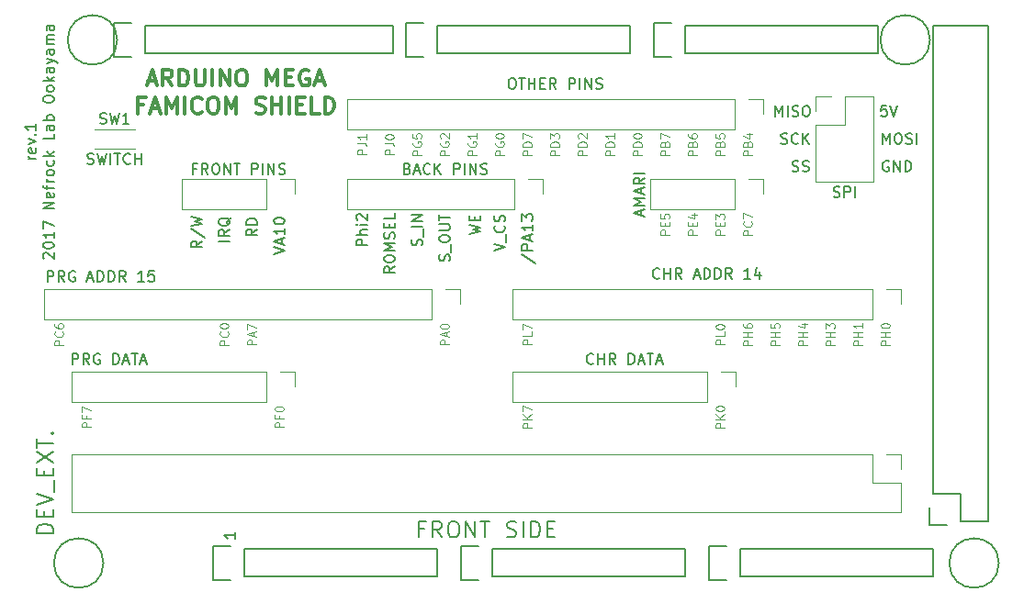
<source format=gto>
G04 #@! TF.FileFunction,Legend,Top*
%FSLAX46Y46*%
G04 Gerber Fmt 4.6, Leading zero omitted, Abs format (unit mm)*
G04 Created by KiCad (PCBNEW 4.0.5) date 03/05/17 22:01:09*
%MOMM*%
%LPD*%
G01*
G04 APERTURE LIST*
%ADD10C,0.100000*%
%ADD11C,0.150000*%
%ADD12C,0.300000*%
%ADD13C,0.120000*%
G04 APERTURE END LIST*
D10*
D11*
X113419381Y-81859238D02*
X112752714Y-81859238D01*
X112943190Y-81859238D02*
X112847952Y-81811619D01*
X112800333Y-81764000D01*
X112752714Y-81668762D01*
X112752714Y-81573523D01*
X113371762Y-80859237D02*
X113419381Y-80954475D01*
X113419381Y-81144952D01*
X113371762Y-81240190D01*
X113276524Y-81287809D01*
X112895571Y-81287809D01*
X112800333Y-81240190D01*
X112752714Y-81144952D01*
X112752714Y-80954475D01*
X112800333Y-80859237D01*
X112895571Y-80811618D01*
X112990810Y-80811618D01*
X113086048Y-81287809D01*
X112752714Y-80478285D02*
X113419381Y-80240190D01*
X112752714Y-80002094D01*
X113324143Y-79621142D02*
X113371762Y-79573523D01*
X113419381Y-79621142D01*
X113371762Y-79668761D01*
X113324143Y-79621142D01*
X113419381Y-79621142D01*
X113419381Y-78621142D02*
X113419381Y-79192571D01*
X113419381Y-78906857D02*
X112419381Y-78906857D01*
X112562238Y-79002095D01*
X112657476Y-79097333D01*
X112705095Y-79192571D01*
X114164619Y-91049716D02*
X114117000Y-91002097D01*
X114069381Y-90906859D01*
X114069381Y-90668763D01*
X114117000Y-90573525D01*
X114164619Y-90525906D01*
X114259857Y-90478287D01*
X114355095Y-90478287D01*
X114497952Y-90525906D01*
X115069381Y-91097335D01*
X115069381Y-90478287D01*
X114069381Y-89859240D02*
X114069381Y-89764001D01*
X114117000Y-89668763D01*
X114164619Y-89621144D01*
X114259857Y-89573525D01*
X114450333Y-89525906D01*
X114688429Y-89525906D01*
X114878905Y-89573525D01*
X114974143Y-89621144D01*
X115021762Y-89668763D01*
X115069381Y-89764001D01*
X115069381Y-89859240D01*
X115021762Y-89954478D01*
X114974143Y-90002097D01*
X114878905Y-90049716D01*
X114688429Y-90097335D01*
X114450333Y-90097335D01*
X114259857Y-90049716D01*
X114164619Y-90002097D01*
X114117000Y-89954478D01*
X114069381Y-89859240D01*
X115069381Y-88573525D02*
X115069381Y-89144954D01*
X115069381Y-88859240D02*
X114069381Y-88859240D01*
X114212238Y-88954478D01*
X114307476Y-89049716D01*
X114355095Y-89144954D01*
X114069381Y-88240192D02*
X114069381Y-87573525D01*
X115069381Y-88002097D01*
X115069381Y-86430668D02*
X114069381Y-86430668D01*
X115069381Y-85859239D01*
X114069381Y-85859239D01*
X115021762Y-85002096D02*
X115069381Y-85097334D01*
X115069381Y-85287811D01*
X115021762Y-85383049D01*
X114926524Y-85430668D01*
X114545571Y-85430668D01*
X114450333Y-85383049D01*
X114402714Y-85287811D01*
X114402714Y-85097334D01*
X114450333Y-85002096D01*
X114545571Y-84954477D01*
X114640810Y-84954477D01*
X114736048Y-85430668D01*
X114402714Y-84668763D02*
X114402714Y-84287811D01*
X115069381Y-84525906D02*
X114212238Y-84525906D01*
X114117000Y-84478287D01*
X114069381Y-84383049D01*
X114069381Y-84287811D01*
X115069381Y-83954477D02*
X114402714Y-83954477D01*
X114593190Y-83954477D02*
X114497952Y-83906858D01*
X114450333Y-83859239D01*
X114402714Y-83764001D01*
X114402714Y-83668762D01*
X115069381Y-83192572D02*
X115021762Y-83287810D01*
X114974143Y-83335429D01*
X114878905Y-83383048D01*
X114593190Y-83383048D01*
X114497952Y-83335429D01*
X114450333Y-83287810D01*
X114402714Y-83192572D01*
X114402714Y-83049714D01*
X114450333Y-82954476D01*
X114497952Y-82906857D01*
X114593190Y-82859238D01*
X114878905Y-82859238D01*
X114974143Y-82906857D01*
X115021762Y-82954476D01*
X115069381Y-83049714D01*
X115069381Y-83192572D01*
X115021762Y-82002095D02*
X115069381Y-82097333D01*
X115069381Y-82287810D01*
X115021762Y-82383048D01*
X114974143Y-82430667D01*
X114878905Y-82478286D01*
X114593190Y-82478286D01*
X114497952Y-82430667D01*
X114450333Y-82383048D01*
X114402714Y-82287810D01*
X114402714Y-82097333D01*
X114450333Y-82002095D01*
X115069381Y-81573524D02*
X114069381Y-81573524D01*
X114688429Y-81478286D02*
X115069381Y-81192571D01*
X114402714Y-81192571D02*
X114783667Y-81573524D01*
X115069381Y-79525904D02*
X115069381Y-80002095D01*
X114069381Y-80002095D01*
X115069381Y-78763999D02*
X114545571Y-78763999D01*
X114450333Y-78811618D01*
X114402714Y-78906856D01*
X114402714Y-79097333D01*
X114450333Y-79192571D01*
X115021762Y-78763999D02*
X115069381Y-78859237D01*
X115069381Y-79097333D01*
X115021762Y-79192571D01*
X114926524Y-79240190D01*
X114831286Y-79240190D01*
X114736048Y-79192571D01*
X114688429Y-79097333D01*
X114688429Y-78859237D01*
X114640810Y-78763999D01*
X115069381Y-78287809D02*
X114069381Y-78287809D01*
X114450333Y-78287809D02*
X114402714Y-78192571D01*
X114402714Y-78002094D01*
X114450333Y-77906856D01*
X114497952Y-77859237D01*
X114593190Y-77811618D01*
X114878905Y-77811618D01*
X114974143Y-77859237D01*
X115021762Y-77906856D01*
X115069381Y-78002094D01*
X115069381Y-78192571D01*
X115021762Y-78287809D01*
X114069381Y-76430666D02*
X114069381Y-76240189D01*
X114117000Y-76144951D01*
X114212238Y-76049713D01*
X114402714Y-76002094D01*
X114736048Y-76002094D01*
X114926524Y-76049713D01*
X115021762Y-76144951D01*
X115069381Y-76240189D01*
X115069381Y-76430666D01*
X115021762Y-76525904D01*
X114926524Y-76621142D01*
X114736048Y-76668761D01*
X114402714Y-76668761D01*
X114212238Y-76621142D01*
X114117000Y-76525904D01*
X114069381Y-76430666D01*
X115069381Y-75430666D02*
X115021762Y-75525904D01*
X114974143Y-75573523D01*
X114878905Y-75621142D01*
X114593190Y-75621142D01*
X114497952Y-75573523D01*
X114450333Y-75525904D01*
X114402714Y-75430666D01*
X114402714Y-75287808D01*
X114450333Y-75192570D01*
X114497952Y-75144951D01*
X114593190Y-75097332D01*
X114878905Y-75097332D01*
X114974143Y-75144951D01*
X115021762Y-75192570D01*
X115069381Y-75287808D01*
X115069381Y-75430666D01*
X115069381Y-74668761D02*
X114069381Y-74668761D01*
X114688429Y-74573523D02*
X115069381Y-74287808D01*
X114402714Y-74287808D02*
X114783667Y-74668761D01*
X115069381Y-73430665D02*
X114545571Y-73430665D01*
X114450333Y-73478284D01*
X114402714Y-73573522D01*
X114402714Y-73763999D01*
X114450333Y-73859237D01*
X115021762Y-73430665D02*
X115069381Y-73525903D01*
X115069381Y-73763999D01*
X115021762Y-73859237D01*
X114926524Y-73906856D01*
X114831286Y-73906856D01*
X114736048Y-73859237D01*
X114688429Y-73763999D01*
X114688429Y-73525903D01*
X114640810Y-73430665D01*
X114402714Y-73049713D02*
X115069381Y-72811618D01*
X114402714Y-72573522D02*
X115069381Y-72811618D01*
X115307476Y-72906856D01*
X115355095Y-72954475D01*
X115402714Y-73049713D01*
X115069381Y-71763998D02*
X114545571Y-71763998D01*
X114450333Y-71811617D01*
X114402714Y-71906855D01*
X114402714Y-72097332D01*
X114450333Y-72192570D01*
X115021762Y-71763998D02*
X115069381Y-71859236D01*
X115069381Y-72097332D01*
X115021762Y-72192570D01*
X114926524Y-72240189D01*
X114831286Y-72240189D01*
X114736048Y-72192570D01*
X114688429Y-72097332D01*
X114688429Y-71859236D01*
X114640810Y-71763998D01*
X115069381Y-71287808D02*
X114402714Y-71287808D01*
X114497952Y-71287808D02*
X114450333Y-71240189D01*
X114402714Y-71144951D01*
X114402714Y-71002093D01*
X114450333Y-70906855D01*
X114545571Y-70859236D01*
X115069381Y-70859236D01*
X114545571Y-70859236D02*
X114450333Y-70811617D01*
X114402714Y-70716379D01*
X114402714Y-70573522D01*
X114450333Y-70478284D01*
X114545571Y-70430665D01*
X115069381Y-70430665D01*
X115069381Y-69525903D02*
X114545571Y-69525903D01*
X114450333Y-69573522D01*
X114402714Y-69668760D01*
X114402714Y-69859237D01*
X114450333Y-69954475D01*
X115021762Y-69525903D02*
X115069381Y-69621141D01*
X115069381Y-69859237D01*
X115021762Y-69954475D01*
X114926524Y-70002094D01*
X114831286Y-70002094D01*
X114736048Y-69954475D01*
X114688429Y-69859237D01*
X114688429Y-69621141D01*
X114640810Y-69525903D01*
D12*
X123754571Y-74667000D02*
X124468857Y-74667000D01*
X123611714Y-75095571D02*
X124111714Y-73595571D01*
X124611714Y-75095571D01*
X125968857Y-75095571D02*
X125468857Y-74381286D01*
X125111714Y-75095571D02*
X125111714Y-73595571D01*
X125683142Y-73595571D01*
X125826000Y-73667000D01*
X125897428Y-73738429D01*
X125968857Y-73881286D01*
X125968857Y-74095571D01*
X125897428Y-74238429D01*
X125826000Y-74309857D01*
X125683142Y-74381286D01*
X125111714Y-74381286D01*
X126611714Y-75095571D02*
X126611714Y-73595571D01*
X126968857Y-73595571D01*
X127183142Y-73667000D01*
X127326000Y-73809857D01*
X127397428Y-73952714D01*
X127468857Y-74238429D01*
X127468857Y-74452714D01*
X127397428Y-74738429D01*
X127326000Y-74881286D01*
X127183142Y-75024143D01*
X126968857Y-75095571D01*
X126611714Y-75095571D01*
X128111714Y-73595571D02*
X128111714Y-74809857D01*
X128183142Y-74952714D01*
X128254571Y-75024143D01*
X128397428Y-75095571D01*
X128683142Y-75095571D01*
X128826000Y-75024143D01*
X128897428Y-74952714D01*
X128968857Y-74809857D01*
X128968857Y-73595571D01*
X129683143Y-75095571D02*
X129683143Y-73595571D01*
X130397429Y-75095571D02*
X130397429Y-73595571D01*
X131254572Y-75095571D01*
X131254572Y-73595571D01*
X132254572Y-73595571D02*
X132540286Y-73595571D01*
X132683144Y-73667000D01*
X132826001Y-73809857D01*
X132897429Y-74095571D01*
X132897429Y-74595571D01*
X132826001Y-74881286D01*
X132683144Y-75024143D01*
X132540286Y-75095571D01*
X132254572Y-75095571D01*
X132111715Y-75024143D01*
X131968858Y-74881286D01*
X131897429Y-74595571D01*
X131897429Y-74095571D01*
X131968858Y-73809857D01*
X132111715Y-73667000D01*
X132254572Y-73595571D01*
X134683144Y-75095571D02*
X134683144Y-73595571D01*
X135183144Y-74667000D01*
X135683144Y-73595571D01*
X135683144Y-75095571D01*
X136397430Y-74309857D02*
X136897430Y-74309857D01*
X137111716Y-75095571D02*
X136397430Y-75095571D01*
X136397430Y-73595571D01*
X137111716Y-73595571D01*
X138540287Y-73667000D02*
X138397430Y-73595571D01*
X138183144Y-73595571D01*
X137968859Y-73667000D01*
X137826001Y-73809857D01*
X137754573Y-73952714D01*
X137683144Y-74238429D01*
X137683144Y-74452714D01*
X137754573Y-74738429D01*
X137826001Y-74881286D01*
X137968859Y-75024143D01*
X138183144Y-75095571D01*
X138326001Y-75095571D01*
X138540287Y-75024143D01*
X138611716Y-74952714D01*
X138611716Y-74452714D01*
X138326001Y-74452714D01*
X139183144Y-74667000D02*
X139897430Y-74667000D01*
X139040287Y-75095571D02*
X139540287Y-73595571D01*
X140040287Y-75095571D01*
X123326000Y-76859857D02*
X122826000Y-76859857D01*
X122826000Y-77645571D02*
X122826000Y-76145571D01*
X123540286Y-76145571D01*
X124040285Y-77217000D02*
X124754571Y-77217000D01*
X123897428Y-77645571D02*
X124397428Y-76145571D01*
X124897428Y-77645571D01*
X125397428Y-77645571D02*
X125397428Y-76145571D01*
X125897428Y-77217000D01*
X126397428Y-76145571D01*
X126397428Y-77645571D01*
X127111714Y-77645571D02*
X127111714Y-76145571D01*
X128683143Y-77502714D02*
X128611714Y-77574143D01*
X128397428Y-77645571D01*
X128254571Y-77645571D01*
X128040286Y-77574143D01*
X127897428Y-77431286D01*
X127826000Y-77288429D01*
X127754571Y-77002714D01*
X127754571Y-76788429D01*
X127826000Y-76502714D01*
X127897428Y-76359857D01*
X128040286Y-76217000D01*
X128254571Y-76145571D01*
X128397428Y-76145571D01*
X128611714Y-76217000D01*
X128683143Y-76288429D01*
X129611714Y-76145571D02*
X129897428Y-76145571D01*
X130040286Y-76217000D01*
X130183143Y-76359857D01*
X130254571Y-76645571D01*
X130254571Y-77145571D01*
X130183143Y-77431286D01*
X130040286Y-77574143D01*
X129897428Y-77645571D01*
X129611714Y-77645571D01*
X129468857Y-77574143D01*
X129326000Y-77431286D01*
X129254571Y-77145571D01*
X129254571Y-76645571D01*
X129326000Y-76359857D01*
X129468857Y-76217000D01*
X129611714Y-76145571D01*
X130897429Y-77645571D02*
X130897429Y-76145571D01*
X131397429Y-77217000D01*
X131897429Y-76145571D01*
X131897429Y-77645571D01*
X133683143Y-77574143D02*
X133897429Y-77645571D01*
X134254572Y-77645571D01*
X134397429Y-77574143D01*
X134468858Y-77502714D01*
X134540286Y-77359857D01*
X134540286Y-77217000D01*
X134468858Y-77074143D01*
X134397429Y-77002714D01*
X134254572Y-76931286D01*
X133968858Y-76859857D01*
X133826000Y-76788429D01*
X133754572Y-76717000D01*
X133683143Y-76574143D01*
X133683143Y-76431286D01*
X133754572Y-76288429D01*
X133826000Y-76217000D01*
X133968858Y-76145571D01*
X134326000Y-76145571D01*
X134540286Y-76217000D01*
X135183143Y-77645571D02*
X135183143Y-76145571D01*
X135183143Y-76859857D02*
X136040286Y-76859857D01*
X136040286Y-77645571D02*
X136040286Y-76145571D01*
X136754572Y-77645571D02*
X136754572Y-76145571D01*
X137468858Y-76859857D02*
X137968858Y-76859857D01*
X138183144Y-77645571D02*
X137468858Y-77645571D01*
X137468858Y-76145571D01*
X138183144Y-76145571D01*
X139540287Y-77645571D02*
X138826001Y-77645571D01*
X138826001Y-76145571D01*
X140040287Y-77645571D02*
X140040287Y-76145571D01*
X140397430Y-76145571D01*
X140611715Y-76217000D01*
X140754573Y-76359857D01*
X140826001Y-76502714D01*
X140897430Y-76788429D01*
X140897430Y-77002714D01*
X140826001Y-77288429D01*
X140754573Y-77431286D01*
X140611715Y-77574143D01*
X140397430Y-77645571D01*
X140040287Y-77645571D01*
D10*
X179431905Y-99053524D02*
X178631905Y-99053524D01*
X178631905Y-98748762D01*
X178670000Y-98672571D01*
X178708095Y-98634476D01*
X178784286Y-98596381D01*
X178898571Y-98596381D01*
X178974762Y-98634476D01*
X179012857Y-98672571D01*
X179050952Y-98748762D01*
X179050952Y-99053524D01*
X179431905Y-98253524D02*
X178631905Y-98253524D01*
X179012857Y-98253524D02*
X179012857Y-97796381D01*
X179431905Y-97796381D02*
X178631905Y-97796381D01*
X178631905Y-97072572D02*
X178631905Y-97224953D01*
X178670000Y-97301143D01*
X178708095Y-97339238D01*
X178822381Y-97415429D01*
X178974762Y-97453524D01*
X179279524Y-97453524D01*
X179355714Y-97415429D01*
X179393810Y-97377334D01*
X179431905Y-97301143D01*
X179431905Y-97148762D01*
X179393810Y-97072572D01*
X179355714Y-97034476D01*
X179279524Y-96996381D01*
X179089048Y-96996381D01*
X179012857Y-97034476D01*
X178974762Y-97072572D01*
X178936667Y-97148762D01*
X178936667Y-97301143D01*
X178974762Y-97377334D01*
X179012857Y-97415429D01*
X179089048Y-97453524D01*
X181971905Y-99053524D02*
X181171905Y-99053524D01*
X181171905Y-98748762D01*
X181210000Y-98672571D01*
X181248095Y-98634476D01*
X181324286Y-98596381D01*
X181438571Y-98596381D01*
X181514762Y-98634476D01*
X181552857Y-98672571D01*
X181590952Y-98748762D01*
X181590952Y-99053524D01*
X181971905Y-98253524D02*
X181171905Y-98253524D01*
X181552857Y-98253524D02*
X181552857Y-97796381D01*
X181971905Y-97796381D02*
X181171905Y-97796381D01*
X181171905Y-97034476D02*
X181171905Y-97415429D01*
X181552857Y-97453524D01*
X181514762Y-97415429D01*
X181476667Y-97339238D01*
X181476667Y-97148762D01*
X181514762Y-97072572D01*
X181552857Y-97034476D01*
X181629048Y-96996381D01*
X181819524Y-96996381D01*
X181895714Y-97034476D01*
X181933810Y-97072572D01*
X181971905Y-97148762D01*
X181971905Y-97339238D01*
X181933810Y-97415429D01*
X181895714Y-97453524D01*
X184511905Y-99053524D02*
X183711905Y-99053524D01*
X183711905Y-98748762D01*
X183750000Y-98672571D01*
X183788095Y-98634476D01*
X183864286Y-98596381D01*
X183978571Y-98596381D01*
X184054762Y-98634476D01*
X184092857Y-98672571D01*
X184130952Y-98748762D01*
X184130952Y-99053524D01*
X184511905Y-98253524D02*
X183711905Y-98253524D01*
X184092857Y-98253524D02*
X184092857Y-97796381D01*
X184511905Y-97796381D02*
X183711905Y-97796381D01*
X183978571Y-97072572D02*
X184511905Y-97072572D01*
X183673810Y-97263048D02*
X184245238Y-97453524D01*
X184245238Y-96958286D01*
X187051905Y-99053524D02*
X186251905Y-99053524D01*
X186251905Y-98748762D01*
X186290000Y-98672571D01*
X186328095Y-98634476D01*
X186404286Y-98596381D01*
X186518571Y-98596381D01*
X186594762Y-98634476D01*
X186632857Y-98672571D01*
X186670952Y-98748762D01*
X186670952Y-99053524D01*
X187051905Y-98253524D02*
X186251905Y-98253524D01*
X186632857Y-98253524D02*
X186632857Y-97796381D01*
X187051905Y-97796381D02*
X186251905Y-97796381D01*
X186251905Y-97491619D02*
X186251905Y-96996381D01*
X186556667Y-97263048D01*
X186556667Y-97148762D01*
X186594762Y-97072572D01*
X186632857Y-97034476D01*
X186709048Y-96996381D01*
X186899524Y-96996381D01*
X186975714Y-97034476D01*
X187013810Y-97072572D01*
X187051905Y-97148762D01*
X187051905Y-97377334D01*
X187013810Y-97453524D01*
X186975714Y-97491619D01*
X189591905Y-99053524D02*
X188791905Y-99053524D01*
X188791905Y-98748762D01*
X188830000Y-98672571D01*
X188868095Y-98634476D01*
X188944286Y-98596381D01*
X189058571Y-98596381D01*
X189134762Y-98634476D01*
X189172857Y-98672571D01*
X189210952Y-98748762D01*
X189210952Y-99053524D01*
X189591905Y-98253524D02*
X188791905Y-98253524D01*
X189172857Y-98253524D02*
X189172857Y-97796381D01*
X189591905Y-97796381D02*
X188791905Y-97796381D01*
X189591905Y-96996381D02*
X189591905Y-97453524D01*
X189591905Y-97224953D02*
X188791905Y-97224953D01*
X188906190Y-97301143D01*
X188982381Y-97377334D01*
X189020476Y-97453524D01*
X192131905Y-99053524D02*
X191331905Y-99053524D01*
X191331905Y-98748762D01*
X191370000Y-98672571D01*
X191408095Y-98634476D01*
X191484286Y-98596381D01*
X191598571Y-98596381D01*
X191674762Y-98634476D01*
X191712857Y-98672571D01*
X191750952Y-98748762D01*
X191750952Y-99053524D01*
X192131905Y-98253524D02*
X191331905Y-98253524D01*
X191712857Y-98253524D02*
X191712857Y-97796381D01*
X192131905Y-97796381D02*
X191331905Y-97796381D01*
X191331905Y-97263048D02*
X191331905Y-97186857D01*
X191370000Y-97110667D01*
X191408095Y-97072572D01*
X191484286Y-97034476D01*
X191636667Y-96996381D01*
X191827143Y-96996381D01*
X191979524Y-97034476D01*
X192055714Y-97072572D01*
X192093810Y-97110667D01*
X192131905Y-97186857D01*
X192131905Y-97263048D01*
X192093810Y-97339238D01*
X192055714Y-97377334D01*
X191979524Y-97415429D01*
X191827143Y-97453524D01*
X191636667Y-97453524D01*
X191484286Y-97415429D01*
X191408095Y-97377334D01*
X191370000Y-97339238D01*
X191331905Y-97263048D01*
X176891905Y-98958286D02*
X176091905Y-98958286D01*
X176091905Y-98653524D01*
X176130000Y-98577333D01*
X176168095Y-98539238D01*
X176244286Y-98501143D01*
X176358571Y-98501143D01*
X176434762Y-98539238D01*
X176472857Y-98577333D01*
X176510952Y-98653524D01*
X176510952Y-98958286D01*
X176891905Y-97777333D02*
X176891905Y-98158286D01*
X176091905Y-98158286D01*
X176091905Y-97358286D02*
X176091905Y-97282095D01*
X176130000Y-97205905D01*
X176168095Y-97167810D01*
X176244286Y-97129714D01*
X176396667Y-97091619D01*
X176587143Y-97091619D01*
X176739524Y-97129714D01*
X176815714Y-97167810D01*
X176853810Y-97205905D01*
X176891905Y-97282095D01*
X176891905Y-97358286D01*
X176853810Y-97434476D01*
X176815714Y-97472572D01*
X176739524Y-97510667D01*
X176587143Y-97548762D01*
X176396667Y-97548762D01*
X176244286Y-97510667D01*
X176168095Y-97472572D01*
X176130000Y-97434476D01*
X176091905Y-97358286D01*
X159111905Y-98958286D02*
X158311905Y-98958286D01*
X158311905Y-98653524D01*
X158350000Y-98577333D01*
X158388095Y-98539238D01*
X158464286Y-98501143D01*
X158578571Y-98501143D01*
X158654762Y-98539238D01*
X158692857Y-98577333D01*
X158730952Y-98653524D01*
X158730952Y-98958286D01*
X159111905Y-97777333D02*
X159111905Y-98158286D01*
X158311905Y-98158286D01*
X158311905Y-97586857D02*
X158311905Y-97053524D01*
X159111905Y-97396381D01*
X159111905Y-106654476D02*
X158311905Y-106654476D01*
X158311905Y-106349714D01*
X158350000Y-106273523D01*
X158388095Y-106235428D01*
X158464286Y-106197333D01*
X158578571Y-106197333D01*
X158654762Y-106235428D01*
X158692857Y-106273523D01*
X158730952Y-106349714D01*
X158730952Y-106654476D01*
X159111905Y-105854476D02*
X158311905Y-105854476D01*
X159111905Y-105397333D02*
X158654762Y-105740190D01*
X158311905Y-105397333D02*
X158769048Y-105854476D01*
X158311905Y-105130666D02*
X158311905Y-104597333D01*
X159111905Y-104940190D01*
X176891905Y-106654476D02*
X176091905Y-106654476D01*
X176091905Y-106349714D01*
X176130000Y-106273523D01*
X176168095Y-106235428D01*
X176244286Y-106197333D01*
X176358571Y-106197333D01*
X176434762Y-106235428D01*
X176472857Y-106273523D01*
X176510952Y-106349714D01*
X176510952Y-106654476D01*
X176891905Y-105854476D02*
X176091905Y-105854476D01*
X176891905Y-105397333D02*
X176434762Y-105740190D01*
X176091905Y-105397333D02*
X176549048Y-105854476D01*
X176091905Y-104902095D02*
X176091905Y-104825904D01*
X176130000Y-104749714D01*
X176168095Y-104711619D01*
X176244286Y-104673523D01*
X176396667Y-104635428D01*
X176587143Y-104635428D01*
X176739524Y-104673523D01*
X176815714Y-104711619D01*
X176853810Y-104749714D01*
X176891905Y-104825904D01*
X176891905Y-104902095D01*
X176853810Y-104978285D01*
X176815714Y-105016381D01*
X176739524Y-105054476D01*
X176587143Y-105092571D01*
X176396667Y-105092571D01*
X176244286Y-105054476D01*
X176168095Y-105016381D01*
X176130000Y-104978285D01*
X176091905Y-104902095D01*
X118471905Y-106597333D02*
X117671905Y-106597333D01*
X117671905Y-106292571D01*
X117710000Y-106216380D01*
X117748095Y-106178285D01*
X117824286Y-106140190D01*
X117938571Y-106140190D01*
X118014762Y-106178285D01*
X118052857Y-106216380D01*
X118090952Y-106292571D01*
X118090952Y-106597333D01*
X118052857Y-105530666D02*
X118052857Y-105797333D01*
X118471905Y-105797333D02*
X117671905Y-105797333D01*
X117671905Y-105416380D01*
X117671905Y-105187809D02*
X117671905Y-104654476D01*
X118471905Y-104997333D01*
X136251905Y-106597333D02*
X135451905Y-106597333D01*
X135451905Y-106292571D01*
X135490000Y-106216380D01*
X135528095Y-106178285D01*
X135604286Y-106140190D01*
X135718571Y-106140190D01*
X135794762Y-106178285D01*
X135832857Y-106216380D01*
X135870952Y-106292571D01*
X135870952Y-106597333D01*
X135832857Y-105530666D02*
X135832857Y-105797333D01*
X136251905Y-105797333D02*
X135451905Y-105797333D01*
X135451905Y-105416380D01*
X135451905Y-104959238D02*
X135451905Y-104883047D01*
X135490000Y-104806857D01*
X135528095Y-104768762D01*
X135604286Y-104730666D01*
X135756667Y-104692571D01*
X135947143Y-104692571D01*
X136099524Y-104730666D01*
X136175714Y-104768762D01*
X136213810Y-104806857D01*
X136251905Y-104883047D01*
X136251905Y-104959238D01*
X136213810Y-105035428D01*
X136175714Y-105073524D01*
X136099524Y-105111619D01*
X135947143Y-105149714D01*
X135756667Y-105149714D01*
X135604286Y-105111619D01*
X135528095Y-105073524D01*
X135490000Y-105035428D01*
X135451905Y-104959238D01*
X115931905Y-99034476D02*
X115131905Y-99034476D01*
X115131905Y-98729714D01*
X115170000Y-98653523D01*
X115208095Y-98615428D01*
X115284286Y-98577333D01*
X115398571Y-98577333D01*
X115474762Y-98615428D01*
X115512857Y-98653523D01*
X115550952Y-98729714D01*
X115550952Y-99034476D01*
X115855714Y-97777333D02*
X115893810Y-97815428D01*
X115931905Y-97929714D01*
X115931905Y-98005904D01*
X115893810Y-98120190D01*
X115817619Y-98196381D01*
X115741429Y-98234476D01*
X115589048Y-98272571D01*
X115474762Y-98272571D01*
X115322381Y-98234476D01*
X115246190Y-98196381D01*
X115170000Y-98120190D01*
X115131905Y-98005904D01*
X115131905Y-97929714D01*
X115170000Y-97815428D01*
X115208095Y-97777333D01*
X115131905Y-97091619D02*
X115131905Y-97244000D01*
X115170000Y-97320190D01*
X115208095Y-97358285D01*
X115322381Y-97434476D01*
X115474762Y-97472571D01*
X115779524Y-97472571D01*
X115855714Y-97434476D01*
X115893810Y-97396381D01*
X115931905Y-97320190D01*
X115931905Y-97167809D01*
X115893810Y-97091619D01*
X115855714Y-97053523D01*
X115779524Y-97015428D01*
X115589048Y-97015428D01*
X115512857Y-97053523D01*
X115474762Y-97091619D01*
X115436667Y-97167809D01*
X115436667Y-97320190D01*
X115474762Y-97396381D01*
X115512857Y-97434476D01*
X115589048Y-97472571D01*
X131171905Y-99034476D02*
X130371905Y-99034476D01*
X130371905Y-98729714D01*
X130410000Y-98653523D01*
X130448095Y-98615428D01*
X130524286Y-98577333D01*
X130638571Y-98577333D01*
X130714762Y-98615428D01*
X130752857Y-98653523D01*
X130790952Y-98729714D01*
X130790952Y-99034476D01*
X131095714Y-97777333D02*
X131133810Y-97815428D01*
X131171905Y-97929714D01*
X131171905Y-98005904D01*
X131133810Y-98120190D01*
X131057619Y-98196381D01*
X130981429Y-98234476D01*
X130829048Y-98272571D01*
X130714762Y-98272571D01*
X130562381Y-98234476D01*
X130486190Y-98196381D01*
X130410000Y-98120190D01*
X130371905Y-98005904D01*
X130371905Y-97929714D01*
X130410000Y-97815428D01*
X130448095Y-97777333D01*
X130371905Y-97282095D02*
X130371905Y-97205904D01*
X130410000Y-97129714D01*
X130448095Y-97091619D01*
X130524286Y-97053523D01*
X130676667Y-97015428D01*
X130867143Y-97015428D01*
X131019524Y-97053523D01*
X131095714Y-97091619D01*
X131133810Y-97129714D01*
X131171905Y-97205904D01*
X131171905Y-97282095D01*
X131133810Y-97358285D01*
X131095714Y-97396381D01*
X131019524Y-97434476D01*
X130867143Y-97472571D01*
X130676667Y-97472571D01*
X130524286Y-97434476D01*
X130448095Y-97396381D01*
X130410000Y-97358285D01*
X130371905Y-97282095D01*
X133711905Y-98977333D02*
X132911905Y-98977333D01*
X132911905Y-98672571D01*
X132950000Y-98596380D01*
X132988095Y-98558285D01*
X133064286Y-98520190D01*
X133178571Y-98520190D01*
X133254762Y-98558285D01*
X133292857Y-98596380D01*
X133330952Y-98672571D01*
X133330952Y-98977333D01*
X133483333Y-98215428D02*
X133483333Y-97834476D01*
X133711905Y-98291619D02*
X132911905Y-98024952D01*
X133711905Y-97758285D01*
X132911905Y-97567809D02*
X132911905Y-97034476D01*
X133711905Y-97377333D01*
X151491905Y-98977333D02*
X150691905Y-98977333D01*
X150691905Y-98672571D01*
X150730000Y-98596380D01*
X150768095Y-98558285D01*
X150844286Y-98520190D01*
X150958571Y-98520190D01*
X151034762Y-98558285D01*
X151072857Y-98596380D01*
X151110952Y-98672571D01*
X151110952Y-98977333D01*
X151263333Y-98215428D02*
X151263333Y-97834476D01*
X151491905Y-98291619D02*
X150691905Y-98024952D01*
X151491905Y-97758285D01*
X150691905Y-97339238D02*
X150691905Y-97263047D01*
X150730000Y-97186857D01*
X150768095Y-97148762D01*
X150844286Y-97110666D01*
X150996667Y-97072571D01*
X151187143Y-97072571D01*
X151339524Y-97110666D01*
X151415714Y-97148762D01*
X151453810Y-97186857D01*
X151491905Y-97263047D01*
X151491905Y-97339238D01*
X151453810Y-97415428D01*
X151415714Y-97453524D01*
X151339524Y-97491619D01*
X151187143Y-97529714D01*
X150996667Y-97529714D01*
X150844286Y-97491619D01*
X150768095Y-97453524D01*
X150730000Y-97415428D01*
X150691905Y-97339238D01*
X179431905Y-81508476D02*
X178631905Y-81508476D01*
X178631905Y-81203714D01*
X178670000Y-81127523D01*
X178708095Y-81089428D01*
X178784286Y-81051333D01*
X178898571Y-81051333D01*
X178974762Y-81089428D01*
X179012857Y-81127523D01*
X179050952Y-81203714D01*
X179050952Y-81508476D01*
X179012857Y-80441809D02*
X179050952Y-80327523D01*
X179089048Y-80289428D01*
X179165238Y-80251333D01*
X179279524Y-80251333D01*
X179355714Y-80289428D01*
X179393810Y-80327523D01*
X179431905Y-80403714D01*
X179431905Y-80708476D01*
X178631905Y-80708476D01*
X178631905Y-80441809D01*
X178670000Y-80365619D01*
X178708095Y-80327523D01*
X178784286Y-80289428D01*
X178860476Y-80289428D01*
X178936667Y-80327523D01*
X178974762Y-80365619D01*
X179012857Y-80441809D01*
X179012857Y-80708476D01*
X178898571Y-79565619D02*
X179431905Y-79565619D01*
X178593810Y-79756095D02*
X179165238Y-79946571D01*
X179165238Y-79451333D01*
X176891905Y-81508476D02*
X176091905Y-81508476D01*
X176091905Y-81203714D01*
X176130000Y-81127523D01*
X176168095Y-81089428D01*
X176244286Y-81051333D01*
X176358571Y-81051333D01*
X176434762Y-81089428D01*
X176472857Y-81127523D01*
X176510952Y-81203714D01*
X176510952Y-81508476D01*
X176472857Y-80441809D02*
X176510952Y-80327523D01*
X176549048Y-80289428D01*
X176625238Y-80251333D01*
X176739524Y-80251333D01*
X176815714Y-80289428D01*
X176853810Y-80327523D01*
X176891905Y-80403714D01*
X176891905Y-80708476D01*
X176091905Y-80708476D01*
X176091905Y-80441809D01*
X176130000Y-80365619D01*
X176168095Y-80327523D01*
X176244286Y-80289428D01*
X176320476Y-80289428D01*
X176396667Y-80327523D01*
X176434762Y-80365619D01*
X176472857Y-80441809D01*
X176472857Y-80708476D01*
X176091905Y-79527523D02*
X176091905Y-79908476D01*
X176472857Y-79946571D01*
X176434762Y-79908476D01*
X176396667Y-79832285D01*
X176396667Y-79641809D01*
X176434762Y-79565619D01*
X176472857Y-79527523D01*
X176549048Y-79489428D01*
X176739524Y-79489428D01*
X176815714Y-79527523D01*
X176853810Y-79565619D01*
X176891905Y-79641809D01*
X176891905Y-79832285D01*
X176853810Y-79908476D01*
X176815714Y-79946571D01*
X174351905Y-81508476D02*
X173551905Y-81508476D01*
X173551905Y-81203714D01*
X173590000Y-81127523D01*
X173628095Y-81089428D01*
X173704286Y-81051333D01*
X173818571Y-81051333D01*
X173894762Y-81089428D01*
X173932857Y-81127523D01*
X173970952Y-81203714D01*
X173970952Y-81508476D01*
X173932857Y-80441809D02*
X173970952Y-80327523D01*
X174009048Y-80289428D01*
X174085238Y-80251333D01*
X174199524Y-80251333D01*
X174275714Y-80289428D01*
X174313810Y-80327523D01*
X174351905Y-80403714D01*
X174351905Y-80708476D01*
X173551905Y-80708476D01*
X173551905Y-80441809D01*
X173590000Y-80365619D01*
X173628095Y-80327523D01*
X173704286Y-80289428D01*
X173780476Y-80289428D01*
X173856667Y-80327523D01*
X173894762Y-80365619D01*
X173932857Y-80441809D01*
X173932857Y-80708476D01*
X173551905Y-79565619D02*
X173551905Y-79718000D01*
X173590000Y-79794190D01*
X173628095Y-79832285D01*
X173742381Y-79908476D01*
X173894762Y-79946571D01*
X174199524Y-79946571D01*
X174275714Y-79908476D01*
X174313810Y-79870381D01*
X174351905Y-79794190D01*
X174351905Y-79641809D01*
X174313810Y-79565619D01*
X174275714Y-79527523D01*
X174199524Y-79489428D01*
X174009048Y-79489428D01*
X173932857Y-79527523D01*
X173894762Y-79565619D01*
X173856667Y-79641809D01*
X173856667Y-79794190D01*
X173894762Y-79870381D01*
X173932857Y-79908476D01*
X174009048Y-79946571D01*
X171811905Y-81508476D02*
X171011905Y-81508476D01*
X171011905Y-81203714D01*
X171050000Y-81127523D01*
X171088095Y-81089428D01*
X171164286Y-81051333D01*
X171278571Y-81051333D01*
X171354762Y-81089428D01*
X171392857Y-81127523D01*
X171430952Y-81203714D01*
X171430952Y-81508476D01*
X171392857Y-80441809D02*
X171430952Y-80327523D01*
X171469048Y-80289428D01*
X171545238Y-80251333D01*
X171659524Y-80251333D01*
X171735714Y-80289428D01*
X171773810Y-80327523D01*
X171811905Y-80403714D01*
X171811905Y-80708476D01*
X171011905Y-80708476D01*
X171011905Y-80441809D01*
X171050000Y-80365619D01*
X171088095Y-80327523D01*
X171164286Y-80289428D01*
X171240476Y-80289428D01*
X171316667Y-80327523D01*
X171354762Y-80365619D01*
X171392857Y-80441809D01*
X171392857Y-80708476D01*
X171011905Y-79984666D02*
X171011905Y-79451333D01*
X171811905Y-79794190D01*
X169271905Y-81508476D02*
X168471905Y-81508476D01*
X168471905Y-81203714D01*
X168510000Y-81127523D01*
X168548095Y-81089428D01*
X168624286Y-81051333D01*
X168738571Y-81051333D01*
X168814762Y-81089428D01*
X168852857Y-81127523D01*
X168890952Y-81203714D01*
X168890952Y-81508476D01*
X169271905Y-80708476D02*
X168471905Y-80708476D01*
X168471905Y-80518000D01*
X168510000Y-80403714D01*
X168586190Y-80327523D01*
X168662381Y-80289428D01*
X168814762Y-80251333D01*
X168929048Y-80251333D01*
X169081429Y-80289428D01*
X169157619Y-80327523D01*
X169233810Y-80403714D01*
X169271905Y-80518000D01*
X169271905Y-80708476D01*
X168471905Y-79756095D02*
X168471905Y-79679904D01*
X168510000Y-79603714D01*
X168548095Y-79565619D01*
X168624286Y-79527523D01*
X168776667Y-79489428D01*
X168967143Y-79489428D01*
X169119524Y-79527523D01*
X169195714Y-79565619D01*
X169233810Y-79603714D01*
X169271905Y-79679904D01*
X169271905Y-79756095D01*
X169233810Y-79832285D01*
X169195714Y-79870381D01*
X169119524Y-79908476D01*
X168967143Y-79946571D01*
X168776667Y-79946571D01*
X168624286Y-79908476D01*
X168548095Y-79870381D01*
X168510000Y-79832285D01*
X168471905Y-79756095D01*
X166731905Y-81508476D02*
X165931905Y-81508476D01*
X165931905Y-81203714D01*
X165970000Y-81127523D01*
X166008095Y-81089428D01*
X166084286Y-81051333D01*
X166198571Y-81051333D01*
X166274762Y-81089428D01*
X166312857Y-81127523D01*
X166350952Y-81203714D01*
X166350952Y-81508476D01*
X166731905Y-80708476D02*
X165931905Y-80708476D01*
X165931905Y-80518000D01*
X165970000Y-80403714D01*
X166046190Y-80327523D01*
X166122381Y-80289428D01*
X166274762Y-80251333D01*
X166389048Y-80251333D01*
X166541429Y-80289428D01*
X166617619Y-80327523D01*
X166693810Y-80403714D01*
X166731905Y-80518000D01*
X166731905Y-80708476D01*
X166731905Y-79489428D02*
X166731905Y-79946571D01*
X166731905Y-79718000D02*
X165931905Y-79718000D01*
X166046190Y-79794190D01*
X166122381Y-79870381D01*
X166160476Y-79946571D01*
X164191905Y-81508476D02*
X163391905Y-81508476D01*
X163391905Y-81203714D01*
X163430000Y-81127523D01*
X163468095Y-81089428D01*
X163544286Y-81051333D01*
X163658571Y-81051333D01*
X163734762Y-81089428D01*
X163772857Y-81127523D01*
X163810952Y-81203714D01*
X163810952Y-81508476D01*
X164191905Y-80708476D02*
X163391905Y-80708476D01*
X163391905Y-80518000D01*
X163430000Y-80403714D01*
X163506190Y-80327523D01*
X163582381Y-80289428D01*
X163734762Y-80251333D01*
X163849048Y-80251333D01*
X164001429Y-80289428D01*
X164077619Y-80327523D01*
X164153810Y-80403714D01*
X164191905Y-80518000D01*
X164191905Y-80708476D01*
X163468095Y-79946571D02*
X163430000Y-79908476D01*
X163391905Y-79832285D01*
X163391905Y-79641809D01*
X163430000Y-79565619D01*
X163468095Y-79527523D01*
X163544286Y-79489428D01*
X163620476Y-79489428D01*
X163734762Y-79527523D01*
X164191905Y-79984666D01*
X164191905Y-79489428D01*
X161651905Y-81508476D02*
X160851905Y-81508476D01*
X160851905Y-81203714D01*
X160890000Y-81127523D01*
X160928095Y-81089428D01*
X161004286Y-81051333D01*
X161118571Y-81051333D01*
X161194762Y-81089428D01*
X161232857Y-81127523D01*
X161270952Y-81203714D01*
X161270952Y-81508476D01*
X161651905Y-80708476D02*
X160851905Y-80708476D01*
X160851905Y-80518000D01*
X160890000Y-80403714D01*
X160966190Y-80327523D01*
X161042381Y-80289428D01*
X161194762Y-80251333D01*
X161309048Y-80251333D01*
X161461429Y-80289428D01*
X161537619Y-80327523D01*
X161613810Y-80403714D01*
X161651905Y-80518000D01*
X161651905Y-80708476D01*
X160851905Y-79984666D02*
X160851905Y-79489428D01*
X161156667Y-79756095D01*
X161156667Y-79641809D01*
X161194762Y-79565619D01*
X161232857Y-79527523D01*
X161309048Y-79489428D01*
X161499524Y-79489428D01*
X161575714Y-79527523D01*
X161613810Y-79565619D01*
X161651905Y-79641809D01*
X161651905Y-79870381D01*
X161613810Y-79946571D01*
X161575714Y-79984666D01*
X159111905Y-81508476D02*
X158311905Y-81508476D01*
X158311905Y-81203714D01*
X158350000Y-81127523D01*
X158388095Y-81089428D01*
X158464286Y-81051333D01*
X158578571Y-81051333D01*
X158654762Y-81089428D01*
X158692857Y-81127523D01*
X158730952Y-81203714D01*
X158730952Y-81508476D01*
X159111905Y-80708476D02*
X158311905Y-80708476D01*
X158311905Y-80518000D01*
X158350000Y-80403714D01*
X158426190Y-80327523D01*
X158502381Y-80289428D01*
X158654762Y-80251333D01*
X158769048Y-80251333D01*
X158921429Y-80289428D01*
X158997619Y-80327523D01*
X159073810Y-80403714D01*
X159111905Y-80518000D01*
X159111905Y-80708476D01*
X158311905Y-79984666D02*
X158311905Y-79451333D01*
X159111905Y-79794190D01*
X156571905Y-81508476D02*
X155771905Y-81508476D01*
X155771905Y-81203714D01*
X155810000Y-81127523D01*
X155848095Y-81089428D01*
X155924286Y-81051333D01*
X156038571Y-81051333D01*
X156114762Y-81089428D01*
X156152857Y-81127523D01*
X156190952Y-81203714D01*
X156190952Y-81508476D01*
X155810000Y-80289428D02*
X155771905Y-80365619D01*
X155771905Y-80479904D01*
X155810000Y-80594190D01*
X155886190Y-80670381D01*
X155962381Y-80708476D01*
X156114762Y-80746571D01*
X156229048Y-80746571D01*
X156381429Y-80708476D01*
X156457619Y-80670381D01*
X156533810Y-80594190D01*
X156571905Y-80479904D01*
X156571905Y-80403714D01*
X156533810Y-80289428D01*
X156495714Y-80251333D01*
X156229048Y-80251333D01*
X156229048Y-80403714D01*
X155771905Y-79756095D02*
X155771905Y-79679904D01*
X155810000Y-79603714D01*
X155848095Y-79565619D01*
X155924286Y-79527523D01*
X156076667Y-79489428D01*
X156267143Y-79489428D01*
X156419524Y-79527523D01*
X156495714Y-79565619D01*
X156533810Y-79603714D01*
X156571905Y-79679904D01*
X156571905Y-79756095D01*
X156533810Y-79832285D01*
X156495714Y-79870381D01*
X156419524Y-79908476D01*
X156267143Y-79946571D01*
X156076667Y-79946571D01*
X155924286Y-79908476D01*
X155848095Y-79870381D01*
X155810000Y-79832285D01*
X155771905Y-79756095D01*
X154031905Y-81508476D02*
X153231905Y-81508476D01*
X153231905Y-81203714D01*
X153270000Y-81127523D01*
X153308095Y-81089428D01*
X153384286Y-81051333D01*
X153498571Y-81051333D01*
X153574762Y-81089428D01*
X153612857Y-81127523D01*
X153650952Y-81203714D01*
X153650952Y-81508476D01*
X153270000Y-80289428D02*
X153231905Y-80365619D01*
X153231905Y-80479904D01*
X153270000Y-80594190D01*
X153346190Y-80670381D01*
X153422381Y-80708476D01*
X153574762Y-80746571D01*
X153689048Y-80746571D01*
X153841429Y-80708476D01*
X153917619Y-80670381D01*
X153993810Y-80594190D01*
X154031905Y-80479904D01*
X154031905Y-80403714D01*
X153993810Y-80289428D01*
X153955714Y-80251333D01*
X153689048Y-80251333D01*
X153689048Y-80403714D01*
X154031905Y-79489428D02*
X154031905Y-79946571D01*
X154031905Y-79718000D02*
X153231905Y-79718000D01*
X153346190Y-79794190D01*
X153422381Y-79870381D01*
X153460476Y-79946571D01*
X151491905Y-81508476D02*
X150691905Y-81508476D01*
X150691905Y-81203714D01*
X150730000Y-81127523D01*
X150768095Y-81089428D01*
X150844286Y-81051333D01*
X150958571Y-81051333D01*
X151034762Y-81089428D01*
X151072857Y-81127523D01*
X151110952Y-81203714D01*
X151110952Y-81508476D01*
X150730000Y-80289428D02*
X150691905Y-80365619D01*
X150691905Y-80479904D01*
X150730000Y-80594190D01*
X150806190Y-80670381D01*
X150882381Y-80708476D01*
X151034762Y-80746571D01*
X151149048Y-80746571D01*
X151301429Y-80708476D01*
X151377619Y-80670381D01*
X151453810Y-80594190D01*
X151491905Y-80479904D01*
X151491905Y-80403714D01*
X151453810Y-80289428D01*
X151415714Y-80251333D01*
X151149048Y-80251333D01*
X151149048Y-80403714D01*
X150768095Y-79946571D02*
X150730000Y-79908476D01*
X150691905Y-79832285D01*
X150691905Y-79641809D01*
X150730000Y-79565619D01*
X150768095Y-79527523D01*
X150844286Y-79489428D01*
X150920476Y-79489428D01*
X151034762Y-79527523D01*
X151491905Y-79984666D01*
X151491905Y-79489428D01*
X148951905Y-81508476D02*
X148151905Y-81508476D01*
X148151905Y-81203714D01*
X148190000Y-81127523D01*
X148228095Y-81089428D01*
X148304286Y-81051333D01*
X148418571Y-81051333D01*
X148494762Y-81089428D01*
X148532857Y-81127523D01*
X148570952Y-81203714D01*
X148570952Y-81508476D01*
X148190000Y-80289428D02*
X148151905Y-80365619D01*
X148151905Y-80479904D01*
X148190000Y-80594190D01*
X148266190Y-80670381D01*
X148342381Y-80708476D01*
X148494762Y-80746571D01*
X148609048Y-80746571D01*
X148761429Y-80708476D01*
X148837619Y-80670381D01*
X148913810Y-80594190D01*
X148951905Y-80479904D01*
X148951905Y-80403714D01*
X148913810Y-80289428D01*
X148875714Y-80251333D01*
X148609048Y-80251333D01*
X148609048Y-80403714D01*
X148151905Y-79527523D02*
X148151905Y-79908476D01*
X148532857Y-79946571D01*
X148494762Y-79908476D01*
X148456667Y-79832285D01*
X148456667Y-79641809D01*
X148494762Y-79565619D01*
X148532857Y-79527523D01*
X148609048Y-79489428D01*
X148799524Y-79489428D01*
X148875714Y-79527523D01*
X148913810Y-79565619D01*
X148951905Y-79641809D01*
X148951905Y-79832285D01*
X148913810Y-79908476D01*
X148875714Y-79946571D01*
X146411905Y-81413238D02*
X145611905Y-81413238D01*
X145611905Y-81108476D01*
X145650000Y-81032285D01*
X145688095Y-80994190D01*
X145764286Y-80956095D01*
X145878571Y-80956095D01*
X145954762Y-80994190D01*
X145992857Y-81032285D01*
X146030952Y-81108476D01*
X146030952Y-81413238D01*
X145611905Y-80384666D02*
X146183333Y-80384666D01*
X146297619Y-80422762D01*
X146373810Y-80498952D01*
X146411905Y-80613238D01*
X146411905Y-80689428D01*
X145611905Y-79851333D02*
X145611905Y-79775142D01*
X145650000Y-79698952D01*
X145688095Y-79660857D01*
X145764286Y-79622761D01*
X145916667Y-79584666D01*
X146107143Y-79584666D01*
X146259524Y-79622761D01*
X146335714Y-79660857D01*
X146373810Y-79698952D01*
X146411905Y-79775142D01*
X146411905Y-79851333D01*
X146373810Y-79927523D01*
X146335714Y-79965619D01*
X146259524Y-80003714D01*
X146107143Y-80041809D01*
X145916667Y-80041809D01*
X145764286Y-80003714D01*
X145688095Y-79965619D01*
X145650000Y-79927523D01*
X145611905Y-79851333D01*
X143871905Y-81413238D02*
X143071905Y-81413238D01*
X143071905Y-81108476D01*
X143110000Y-81032285D01*
X143148095Y-80994190D01*
X143224286Y-80956095D01*
X143338571Y-80956095D01*
X143414762Y-80994190D01*
X143452857Y-81032285D01*
X143490952Y-81108476D01*
X143490952Y-81413238D01*
X143071905Y-80384666D02*
X143643333Y-80384666D01*
X143757619Y-80422762D01*
X143833810Y-80498952D01*
X143871905Y-80613238D01*
X143871905Y-80689428D01*
X143871905Y-79584666D02*
X143871905Y-80041809D01*
X143871905Y-79813238D02*
X143071905Y-79813238D01*
X143186190Y-79889428D01*
X143262381Y-79965619D01*
X143300476Y-80041809D01*
X171811905Y-88836381D02*
X171011905Y-88836381D01*
X171011905Y-88531619D01*
X171050000Y-88455428D01*
X171088095Y-88417333D01*
X171164286Y-88379238D01*
X171278571Y-88379238D01*
X171354762Y-88417333D01*
X171392857Y-88455428D01*
X171430952Y-88531619D01*
X171430952Y-88836381D01*
X171392857Y-88036381D02*
X171392857Y-87769714D01*
X171811905Y-87655428D02*
X171811905Y-88036381D01*
X171011905Y-88036381D01*
X171011905Y-87655428D01*
X171011905Y-86931618D02*
X171011905Y-87312571D01*
X171392857Y-87350666D01*
X171354762Y-87312571D01*
X171316667Y-87236380D01*
X171316667Y-87045904D01*
X171354762Y-86969714D01*
X171392857Y-86931618D01*
X171469048Y-86893523D01*
X171659524Y-86893523D01*
X171735714Y-86931618D01*
X171773810Y-86969714D01*
X171811905Y-87045904D01*
X171811905Y-87236380D01*
X171773810Y-87312571D01*
X171735714Y-87350666D01*
X174351905Y-88836381D02*
X173551905Y-88836381D01*
X173551905Y-88531619D01*
X173590000Y-88455428D01*
X173628095Y-88417333D01*
X173704286Y-88379238D01*
X173818571Y-88379238D01*
X173894762Y-88417333D01*
X173932857Y-88455428D01*
X173970952Y-88531619D01*
X173970952Y-88836381D01*
X173932857Y-88036381D02*
X173932857Y-87769714D01*
X174351905Y-87655428D02*
X174351905Y-88036381D01*
X173551905Y-88036381D01*
X173551905Y-87655428D01*
X173818571Y-86969714D02*
X174351905Y-86969714D01*
X173513810Y-87160190D02*
X174085238Y-87350666D01*
X174085238Y-86855428D01*
X176891905Y-88836381D02*
X176091905Y-88836381D01*
X176091905Y-88531619D01*
X176130000Y-88455428D01*
X176168095Y-88417333D01*
X176244286Y-88379238D01*
X176358571Y-88379238D01*
X176434762Y-88417333D01*
X176472857Y-88455428D01*
X176510952Y-88531619D01*
X176510952Y-88836381D01*
X176472857Y-88036381D02*
X176472857Y-87769714D01*
X176891905Y-87655428D02*
X176891905Y-88036381D01*
X176091905Y-88036381D01*
X176091905Y-87655428D01*
X176091905Y-87388761D02*
X176091905Y-86893523D01*
X176396667Y-87160190D01*
X176396667Y-87045904D01*
X176434762Y-86969714D01*
X176472857Y-86931618D01*
X176549048Y-86893523D01*
X176739524Y-86893523D01*
X176815714Y-86931618D01*
X176853810Y-86969714D01*
X176891905Y-87045904D01*
X176891905Y-87274476D01*
X176853810Y-87350666D01*
X176815714Y-87388761D01*
X179431905Y-88874476D02*
X178631905Y-88874476D01*
X178631905Y-88569714D01*
X178670000Y-88493523D01*
X178708095Y-88455428D01*
X178784286Y-88417333D01*
X178898571Y-88417333D01*
X178974762Y-88455428D01*
X179012857Y-88493523D01*
X179050952Y-88569714D01*
X179050952Y-88874476D01*
X179355714Y-87617333D02*
X179393810Y-87655428D01*
X179431905Y-87769714D01*
X179431905Y-87845904D01*
X179393810Y-87960190D01*
X179317619Y-88036381D01*
X179241429Y-88074476D01*
X179089048Y-88112571D01*
X178974762Y-88112571D01*
X178822381Y-88074476D01*
X178746190Y-88036381D01*
X178670000Y-87960190D01*
X178631905Y-87845904D01*
X178631905Y-87769714D01*
X178670000Y-87655428D01*
X178708095Y-87617333D01*
X178631905Y-87350666D02*
X178631905Y-86817333D01*
X179431905Y-87160190D01*
D11*
X158154762Y-90606381D02*
X159440476Y-91463524D01*
X159202381Y-90273048D02*
X158202381Y-90273048D01*
X158202381Y-89892095D01*
X158250000Y-89796857D01*
X158297619Y-89749238D01*
X158392857Y-89701619D01*
X158535714Y-89701619D01*
X158630952Y-89749238D01*
X158678571Y-89796857D01*
X158726190Y-89892095D01*
X158726190Y-90273048D01*
X158916667Y-89320667D02*
X158916667Y-88844476D01*
X159202381Y-89415905D02*
X158202381Y-89082572D01*
X159202381Y-88749238D01*
X159202381Y-87892095D02*
X159202381Y-88463524D01*
X159202381Y-88177810D02*
X158202381Y-88177810D01*
X158345238Y-88273048D01*
X158440476Y-88368286D01*
X158488095Y-88463524D01*
X158202381Y-87558762D02*
X158202381Y-86939714D01*
X158583333Y-87273048D01*
X158583333Y-87130190D01*
X158630952Y-87034952D01*
X158678571Y-86987333D01*
X158773810Y-86939714D01*
X159011905Y-86939714D01*
X159107143Y-86987333D01*
X159154762Y-87034952D01*
X159202381Y-87130190D01*
X159202381Y-87415905D01*
X159154762Y-87511143D01*
X159107143Y-87558762D01*
X155662381Y-90336476D02*
X156662381Y-90003143D01*
X155662381Y-89669809D01*
X156757619Y-89574571D02*
X156757619Y-88812666D01*
X156567143Y-88003142D02*
X156614762Y-88050761D01*
X156662381Y-88193618D01*
X156662381Y-88288856D01*
X156614762Y-88431714D01*
X156519524Y-88526952D01*
X156424286Y-88574571D01*
X156233810Y-88622190D01*
X156090952Y-88622190D01*
X155900476Y-88574571D01*
X155805238Y-88526952D01*
X155710000Y-88431714D01*
X155662381Y-88288856D01*
X155662381Y-88193618D01*
X155710000Y-88050761D01*
X155757619Y-88003142D01*
X156614762Y-87622190D02*
X156662381Y-87479333D01*
X156662381Y-87241237D01*
X156614762Y-87145999D01*
X156567143Y-87098380D01*
X156471905Y-87050761D01*
X156376667Y-87050761D01*
X156281429Y-87098380D01*
X156233810Y-87145999D01*
X156186190Y-87241237D01*
X156138571Y-87431714D01*
X156090952Y-87526952D01*
X156043333Y-87574571D01*
X155948095Y-87622190D01*
X155852857Y-87622190D01*
X155757619Y-87574571D01*
X155710000Y-87526952D01*
X155662381Y-87431714D01*
X155662381Y-87193618D01*
X155710000Y-87050761D01*
X153376381Y-88764952D02*
X154376381Y-88526857D01*
X153662095Y-88336380D01*
X154376381Y-88145904D01*
X153376381Y-87907809D01*
X153852571Y-87526857D02*
X153852571Y-87193523D01*
X154376381Y-87050666D02*
X154376381Y-87526857D01*
X153376381Y-87526857D01*
X153376381Y-87050666D01*
X151534762Y-91249238D02*
X151582381Y-91106381D01*
X151582381Y-90868285D01*
X151534762Y-90773047D01*
X151487143Y-90725428D01*
X151391905Y-90677809D01*
X151296667Y-90677809D01*
X151201429Y-90725428D01*
X151153810Y-90773047D01*
X151106190Y-90868285D01*
X151058571Y-91058762D01*
X151010952Y-91154000D01*
X150963333Y-91201619D01*
X150868095Y-91249238D01*
X150772857Y-91249238D01*
X150677619Y-91201619D01*
X150630000Y-91154000D01*
X150582381Y-91058762D01*
X150582381Y-90820666D01*
X150630000Y-90677809D01*
X151677619Y-90487333D02*
X151677619Y-89725428D01*
X150582381Y-89296857D02*
X150582381Y-89106380D01*
X150630000Y-89011142D01*
X150725238Y-88915904D01*
X150915714Y-88868285D01*
X151249048Y-88868285D01*
X151439524Y-88915904D01*
X151534762Y-89011142D01*
X151582381Y-89106380D01*
X151582381Y-89296857D01*
X151534762Y-89392095D01*
X151439524Y-89487333D01*
X151249048Y-89534952D01*
X150915714Y-89534952D01*
X150725238Y-89487333D01*
X150630000Y-89392095D01*
X150582381Y-89296857D01*
X150582381Y-88439714D02*
X151391905Y-88439714D01*
X151487143Y-88392095D01*
X151534762Y-88344476D01*
X151582381Y-88249238D01*
X151582381Y-88058761D01*
X151534762Y-87963523D01*
X151487143Y-87915904D01*
X151391905Y-87868285D01*
X150582381Y-87868285D01*
X150582381Y-87534952D02*
X150582381Y-86963523D01*
X151582381Y-87249238D02*
X150582381Y-87249238D01*
X148994762Y-89820571D02*
X149042381Y-89677714D01*
X149042381Y-89439618D01*
X148994762Y-89344380D01*
X148947143Y-89296761D01*
X148851905Y-89249142D01*
X148756667Y-89249142D01*
X148661429Y-89296761D01*
X148613810Y-89344380D01*
X148566190Y-89439618D01*
X148518571Y-89630095D01*
X148470952Y-89725333D01*
X148423333Y-89772952D01*
X148328095Y-89820571D01*
X148232857Y-89820571D01*
X148137619Y-89772952D01*
X148090000Y-89725333D01*
X148042381Y-89630095D01*
X148042381Y-89391999D01*
X148090000Y-89249142D01*
X149137619Y-89058666D02*
X149137619Y-88296761D01*
X149042381Y-88058666D02*
X148042381Y-88058666D01*
X149042381Y-87582476D02*
X148042381Y-87582476D01*
X149042381Y-87011047D01*
X148042381Y-87011047D01*
X146502381Y-91781047D02*
X146026190Y-92114381D01*
X146502381Y-92352476D02*
X145502381Y-92352476D01*
X145502381Y-91971523D01*
X145550000Y-91876285D01*
X145597619Y-91828666D01*
X145692857Y-91781047D01*
X145835714Y-91781047D01*
X145930952Y-91828666D01*
X145978571Y-91876285D01*
X146026190Y-91971523D01*
X146026190Y-92352476D01*
X145502381Y-91162000D02*
X145502381Y-90971523D01*
X145550000Y-90876285D01*
X145645238Y-90781047D01*
X145835714Y-90733428D01*
X146169048Y-90733428D01*
X146359524Y-90781047D01*
X146454762Y-90876285D01*
X146502381Y-90971523D01*
X146502381Y-91162000D01*
X146454762Y-91257238D01*
X146359524Y-91352476D01*
X146169048Y-91400095D01*
X145835714Y-91400095D01*
X145645238Y-91352476D01*
X145550000Y-91257238D01*
X145502381Y-91162000D01*
X146502381Y-90304857D02*
X145502381Y-90304857D01*
X146216667Y-89971523D01*
X145502381Y-89638190D01*
X146502381Y-89638190D01*
X146454762Y-89209619D02*
X146502381Y-89066762D01*
X146502381Y-88828666D01*
X146454762Y-88733428D01*
X146407143Y-88685809D01*
X146311905Y-88638190D01*
X146216667Y-88638190D01*
X146121429Y-88685809D01*
X146073810Y-88733428D01*
X146026190Y-88828666D01*
X145978571Y-89019143D01*
X145930952Y-89114381D01*
X145883333Y-89162000D01*
X145788095Y-89209619D01*
X145692857Y-89209619D01*
X145597619Y-89162000D01*
X145550000Y-89114381D01*
X145502381Y-89019143D01*
X145502381Y-88781047D01*
X145550000Y-88638190D01*
X145978571Y-88209619D02*
X145978571Y-87876285D01*
X146502381Y-87733428D02*
X146502381Y-88209619D01*
X145502381Y-88209619D01*
X145502381Y-87733428D01*
X146502381Y-86828666D02*
X146502381Y-87304857D01*
X145502381Y-87304857D01*
X143962381Y-89820571D02*
X142962381Y-89820571D01*
X142962381Y-89439618D01*
X143010000Y-89344380D01*
X143057619Y-89296761D01*
X143152857Y-89249142D01*
X143295714Y-89249142D01*
X143390952Y-89296761D01*
X143438571Y-89344380D01*
X143486190Y-89439618D01*
X143486190Y-89820571D01*
X143962381Y-88820571D02*
X142962381Y-88820571D01*
X143962381Y-88391999D02*
X143438571Y-88391999D01*
X143343333Y-88439618D01*
X143295714Y-88534856D01*
X143295714Y-88677714D01*
X143343333Y-88772952D01*
X143390952Y-88820571D01*
X143962381Y-87915809D02*
X143295714Y-87915809D01*
X142962381Y-87915809D02*
X143010000Y-87963428D01*
X143057619Y-87915809D01*
X143010000Y-87868190D01*
X142962381Y-87915809D01*
X143057619Y-87915809D01*
X143057619Y-87487238D02*
X143010000Y-87439619D01*
X142962381Y-87344381D01*
X142962381Y-87106285D01*
X143010000Y-87011047D01*
X143057619Y-86963428D01*
X143152857Y-86915809D01*
X143248095Y-86915809D01*
X143390952Y-86963428D01*
X143962381Y-87534857D01*
X143962381Y-86915809D01*
X135342381Y-90614286D02*
X136342381Y-90280953D01*
X135342381Y-89947619D01*
X136056667Y-89661905D02*
X136056667Y-89185714D01*
X136342381Y-89757143D02*
X135342381Y-89423810D01*
X136342381Y-89090476D01*
X136342381Y-88233333D02*
X136342381Y-88804762D01*
X136342381Y-88519048D02*
X135342381Y-88519048D01*
X135485238Y-88614286D01*
X135580476Y-88709524D01*
X135628095Y-88804762D01*
X135342381Y-87614286D02*
X135342381Y-87519047D01*
X135390000Y-87423809D01*
X135437619Y-87376190D01*
X135532857Y-87328571D01*
X135723333Y-87280952D01*
X135961429Y-87280952D01*
X136151905Y-87328571D01*
X136247143Y-87376190D01*
X136294762Y-87423809D01*
X136342381Y-87519047D01*
X136342381Y-87614286D01*
X136294762Y-87709524D01*
X136247143Y-87757143D01*
X136151905Y-87804762D01*
X135961429Y-87852381D01*
X135723333Y-87852381D01*
X135532857Y-87804762D01*
X135437619Y-87757143D01*
X135390000Y-87709524D01*
X135342381Y-87614286D01*
X133802381Y-88328476D02*
X133326190Y-88661810D01*
X133802381Y-88899905D02*
X132802381Y-88899905D01*
X132802381Y-88518952D01*
X132850000Y-88423714D01*
X132897619Y-88376095D01*
X132992857Y-88328476D01*
X133135714Y-88328476D01*
X133230952Y-88376095D01*
X133278571Y-88423714D01*
X133326190Y-88518952D01*
X133326190Y-88899905D01*
X133802381Y-87899905D02*
X132802381Y-87899905D01*
X132802381Y-87661810D01*
X132850000Y-87518952D01*
X132945238Y-87423714D01*
X133040476Y-87376095D01*
X133230952Y-87328476D01*
X133373810Y-87328476D01*
X133564286Y-87376095D01*
X133659524Y-87423714D01*
X133754762Y-87518952D01*
X133802381Y-87661810D01*
X133802381Y-87899905D01*
X131262381Y-89415809D02*
X130262381Y-89415809D01*
X131262381Y-88368190D02*
X130786190Y-88701524D01*
X131262381Y-88939619D02*
X130262381Y-88939619D01*
X130262381Y-88558666D01*
X130310000Y-88463428D01*
X130357619Y-88415809D01*
X130452857Y-88368190D01*
X130595714Y-88368190D01*
X130690952Y-88415809D01*
X130738571Y-88463428D01*
X130786190Y-88558666D01*
X130786190Y-88939619D01*
X131357619Y-87272952D02*
X131310000Y-87368190D01*
X131214762Y-87463428D01*
X131071905Y-87606285D01*
X131024286Y-87701524D01*
X131024286Y-87796762D01*
X131262381Y-87749143D02*
X131214762Y-87844381D01*
X131119524Y-87939619D01*
X130929048Y-87987238D01*
X130595714Y-87987238D01*
X130405238Y-87939619D01*
X130310000Y-87844381D01*
X130262381Y-87749143D01*
X130262381Y-87558666D01*
X130310000Y-87463428D01*
X130405238Y-87368190D01*
X130595714Y-87320571D01*
X130929048Y-87320571D01*
X131119524Y-87368190D01*
X131214762Y-87463428D01*
X131262381Y-87558666D01*
X131262381Y-87749143D01*
X128722381Y-89431714D02*
X128246190Y-89765048D01*
X128722381Y-90003143D02*
X127722381Y-90003143D01*
X127722381Y-89622190D01*
X127770000Y-89526952D01*
X127817619Y-89479333D01*
X127912857Y-89431714D01*
X128055714Y-89431714D01*
X128150952Y-89479333D01*
X128198571Y-89526952D01*
X128246190Y-89622190D01*
X128246190Y-90003143D01*
X127674762Y-88288857D02*
X128960476Y-89146000D01*
X127722381Y-88050762D02*
X128722381Y-87812667D01*
X128008095Y-87622190D01*
X128722381Y-87431714D01*
X127722381Y-87193619D01*
X183134095Y-82954762D02*
X183276952Y-83002381D01*
X183515048Y-83002381D01*
X183610286Y-82954762D01*
X183657905Y-82907143D01*
X183705524Y-82811905D01*
X183705524Y-82716667D01*
X183657905Y-82621429D01*
X183610286Y-82573810D01*
X183515048Y-82526190D01*
X183324571Y-82478571D01*
X183229333Y-82430952D01*
X183181714Y-82383333D01*
X183134095Y-82288095D01*
X183134095Y-82192857D01*
X183181714Y-82097619D01*
X183229333Y-82050000D01*
X183324571Y-82002381D01*
X183562667Y-82002381D01*
X183705524Y-82050000D01*
X184086476Y-82954762D02*
X184229333Y-83002381D01*
X184467429Y-83002381D01*
X184562667Y-82954762D01*
X184610286Y-82907143D01*
X184657905Y-82811905D01*
X184657905Y-82716667D01*
X184610286Y-82621429D01*
X184562667Y-82573810D01*
X184467429Y-82526190D01*
X184276952Y-82478571D01*
X184181714Y-82430952D01*
X184134095Y-82383333D01*
X184086476Y-82288095D01*
X184086476Y-82192857D01*
X184134095Y-82097619D01*
X184181714Y-82050000D01*
X184276952Y-82002381D01*
X184515048Y-82002381D01*
X184657905Y-82050000D01*
X182102286Y-80414762D02*
X182245143Y-80462381D01*
X182483239Y-80462381D01*
X182578477Y-80414762D01*
X182626096Y-80367143D01*
X182673715Y-80271905D01*
X182673715Y-80176667D01*
X182626096Y-80081429D01*
X182578477Y-80033810D01*
X182483239Y-79986190D01*
X182292762Y-79938571D01*
X182197524Y-79890952D01*
X182149905Y-79843333D01*
X182102286Y-79748095D01*
X182102286Y-79652857D01*
X182149905Y-79557619D01*
X182197524Y-79510000D01*
X182292762Y-79462381D01*
X182530858Y-79462381D01*
X182673715Y-79510000D01*
X183673715Y-80367143D02*
X183626096Y-80414762D01*
X183483239Y-80462381D01*
X183388001Y-80462381D01*
X183245143Y-80414762D01*
X183149905Y-80319524D01*
X183102286Y-80224286D01*
X183054667Y-80033810D01*
X183054667Y-79890952D01*
X183102286Y-79700476D01*
X183149905Y-79605238D01*
X183245143Y-79510000D01*
X183388001Y-79462381D01*
X183483239Y-79462381D01*
X183626096Y-79510000D01*
X183673715Y-79557619D01*
X184102286Y-80462381D02*
X184102286Y-79462381D01*
X184673715Y-80462381D02*
X184245143Y-79890952D01*
X184673715Y-79462381D02*
X184102286Y-80033810D01*
X181562572Y-77922381D02*
X181562572Y-76922381D01*
X181895906Y-77636667D01*
X182229239Y-76922381D01*
X182229239Y-77922381D01*
X182705429Y-77922381D02*
X182705429Y-76922381D01*
X183134000Y-77874762D02*
X183276857Y-77922381D01*
X183514953Y-77922381D01*
X183610191Y-77874762D01*
X183657810Y-77827143D01*
X183705429Y-77731905D01*
X183705429Y-77636667D01*
X183657810Y-77541429D01*
X183610191Y-77493810D01*
X183514953Y-77446190D01*
X183324476Y-77398571D01*
X183229238Y-77350952D01*
X183181619Y-77303333D01*
X183134000Y-77208095D01*
X183134000Y-77112857D01*
X183181619Y-77017619D01*
X183229238Y-76970000D01*
X183324476Y-76922381D01*
X183562572Y-76922381D01*
X183705429Y-76970000D01*
X184324476Y-76922381D02*
X184514953Y-76922381D01*
X184610191Y-76970000D01*
X184705429Y-77065238D01*
X184753048Y-77255714D01*
X184753048Y-77589048D01*
X184705429Y-77779524D01*
X184610191Y-77874762D01*
X184514953Y-77922381D01*
X184324476Y-77922381D01*
X184229238Y-77874762D01*
X184134000Y-77779524D01*
X184086381Y-77589048D01*
X184086381Y-77255714D01*
X184134000Y-77065238D01*
X184229238Y-76970000D01*
X184324476Y-76922381D01*
X192024096Y-82050000D02*
X191928858Y-82002381D01*
X191786001Y-82002381D01*
X191643143Y-82050000D01*
X191547905Y-82145238D01*
X191500286Y-82240476D01*
X191452667Y-82430952D01*
X191452667Y-82573810D01*
X191500286Y-82764286D01*
X191547905Y-82859524D01*
X191643143Y-82954762D01*
X191786001Y-83002381D01*
X191881239Y-83002381D01*
X192024096Y-82954762D01*
X192071715Y-82907143D01*
X192071715Y-82573810D01*
X191881239Y-82573810D01*
X192500286Y-83002381D02*
X192500286Y-82002381D01*
X193071715Y-83002381D01*
X193071715Y-82002381D01*
X193547905Y-83002381D02*
X193547905Y-82002381D01*
X193786000Y-82002381D01*
X193928858Y-82050000D01*
X194024096Y-82145238D01*
X194071715Y-82240476D01*
X194119334Y-82430952D01*
X194119334Y-82573810D01*
X194071715Y-82764286D01*
X194024096Y-82859524D01*
X193928858Y-82954762D01*
X193786000Y-83002381D01*
X193547905Y-83002381D01*
X191468572Y-80462381D02*
X191468572Y-79462381D01*
X191801906Y-80176667D01*
X192135239Y-79462381D01*
X192135239Y-80462381D01*
X192801905Y-79462381D02*
X192992382Y-79462381D01*
X193087620Y-79510000D01*
X193182858Y-79605238D01*
X193230477Y-79795714D01*
X193230477Y-80129048D01*
X193182858Y-80319524D01*
X193087620Y-80414762D01*
X192992382Y-80462381D01*
X192801905Y-80462381D01*
X192706667Y-80414762D01*
X192611429Y-80319524D01*
X192563810Y-80129048D01*
X192563810Y-79795714D01*
X192611429Y-79605238D01*
X192706667Y-79510000D01*
X192801905Y-79462381D01*
X193611429Y-80414762D02*
X193754286Y-80462381D01*
X193992382Y-80462381D01*
X194087620Y-80414762D01*
X194135239Y-80367143D01*
X194182858Y-80271905D01*
X194182858Y-80176667D01*
X194135239Y-80081429D01*
X194087620Y-80033810D01*
X193992382Y-79986190D01*
X193801905Y-79938571D01*
X193706667Y-79890952D01*
X193659048Y-79843333D01*
X193611429Y-79748095D01*
X193611429Y-79652857D01*
X193659048Y-79557619D01*
X193706667Y-79510000D01*
X193801905Y-79462381D01*
X194040001Y-79462381D01*
X194182858Y-79510000D01*
X194611429Y-80462381D02*
X194611429Y-79462381D01*
X191833524Y-76922381D02*
X191357333Y-76922381D01*
X191309714Y-77398571D01*
X191357333Y-77350952D01*
X191452571Y-77303333D01*
X191690667Y-77303333D01*
X191785905Y-77350952D01*
X191833524Y-77398571D01*
X191881143Y-77493810D01*
X191881143Y-77731905D01*
X191833524Y-77827143D01*
X191785905Y-77874762D01*
X191690667Y-77922381D01*
X191452571Y-77922381D01*
X191357333Y-77874762D01*
X191309714Y-77827143D01*
X192166857Y-76922381D02*
X192500190Y-77922381D01*
X192833524Y-76922381D01*
X149190000Y-115970857D02*
X148690000Y-115970857D01*
X148690000Y-116756571D02*
X148690000Y-115256571D01*
X149404286Y-115256571D01*
X150832857Y-116756571D02*
X150332857Y-116042286D01*
X149975714Y-116756571D02*
X149975714Y-115256571D01*
X150547142Y-115256571D01*
X150690000Y-115328000D01*
X150761428Y-115399429D01*
X150832857Y-115542286D01*
X150832857Y-115756571D01*
X150761428Y-115899429D01*
X150690000Y-115970857D01*
X150547142Y-116042286D01*
X149975714Y-116042286D01*
X151761428Y-115256571D02*
X152047142Y-115256571D01*
X152190000Y-115328000D01*
X152332857Y-115470857D01*
X152404285Y-115756571D01*
X152404285Y-116256571D01*
X152332857Y-116542286D01*
X152190000Y-116685143D01*
X152047142Y-116756571D01*
X151761428Y-116756571D01*
X151618571Y-116685143D01*
X151475714Y-116542286D01*
X151404285Y-116256571D01*
X151404285Y-115756571D01*
X151475714Y-115470857D01*
X151618571Y-115328000D01*
X151761428Y-115256571D01*
X153047143Y-116756571D02*
X153047143Y-115256571D01*
X153904286Y-116756571D01*
X153904286Y-115256571D01*
X154404286Y-115256571D02*
X155261429Y-115256571D01*
X154832858Y-116756571D02*
X154832858Y-115256571D01*
X156832857Y-116685143D02*
X157047143Y-116756571D01*
X157404286Y-116756571D01*
X157547143Y-116685143D01*
X157618572Y-116613714D01*
X157690000Y-116470857D01*
X157690000Y-116328000D01*
X157618572Y-116185143D01*
X157547143Y-116113714D01*
X157404286Y-116042286D01*
X157118572Y-115970857D01*
X156975714Y-115899429D01*
X156904286Y-115828000D01*
X156832857Y-115685143D01*
X156832857Y-115542286D01*
X156904286Y-115399429D01*
X156975714Y-115328000D01*
X157118572Y-115256571D01*
X157475714Y-115256571D01*
X157690000Y-115328000D01*
X158332857Y-116756571D02*
X158332857Y-115256571D01*
X159047143Y-116756571D02*
X159047143Y-115256571D01*
X159404286Y-115256571D01*
X159618571Y-115328000D01*
X159761429Y-115470857D01*
X159832857Y-115613714D01*
X159904286Y-115899429D01*
X159904286Y-116113714D01*
X159832857Y-116399429D01*
X159761429Y-116542286D01*
X159618571Y-116685143D01*
X159404286Y-116756571D01*
X159047143Y-116756571D01*
X160547143Y-115970857D02*
X161047143Y-115970857D01*
X161261429Y-116756571D02*
X160547143Y-116756571D01*
X160547143Y-115256571D01*
X161261429Y-115256571D01*
X131770381Y-116300285D02*
X131770381Y-116871714D01*
X131770381Y-116586000D02*
X130770381Y-116586000D01*
X130913238Y-116681238D01*
X131008476Y-116776476D01*
X131056095Y-116871714D01*
X201168000Y-115316000D02*
X201168000Y-69596000D01*
X196088000Y-69596000D02*
X196088000Y-112776000D01*
X201168000Y-69596000D02*
X196088000Y-69596000D01*
X201168000Y-115316000D02*
X198628000Y-115316000D01*
X195808000Y-114046000D02*
X195808000Y-115596000D01*
X198628000Y-115316000D02*
X198628000Y-112776000D01*
X198628000Y-112776000D02*
X196088000Y-112776000D01*
X195808000Y-115596000D02*
X197358000Y-115596000D01*
X132588000Y-120396000D02*
X150368000Y-120396000D01*
X150368000Y-120396000D02*
X150368000Y-117856000D01*
X150368000Y-117856000D02*
X132588000Y-117856000D01*
X129768000Y-120676000D02*
X131318000Y-120676000D01*
X132588000Y-120396000D02*
X132588000Y-117856000D01*
X131318000Y-117576000D02*
X129768000Y-117576000D01*
X129768000Y-117576000D02*
X129768000Y-120676000D01*
X155448000Y-120396000D02*
X173228000Y-120396000D01*
X173228000Y-120396000D02*
X173228000Y-117856000D01*
X173228000Y-117856000D02*
X155448000Y-117856000D01*
X152628000Y-120676000D02*
X154178000Y-120676000D01*
X155448000Y-120396000D02*
X155448000Y-117856000D01*
X154178000Y-117576000D02*
X152628000Y-117576000D01*
X152628000Y-117576000D02*
X152628000Y-120676000D01*
X178308000Y-120396000D02*
X196088000Y-120396000D01*
X196088000Y-120396000D02*
X196088000Y-117856000D01*
X196088000Y-117856000D02*
X178308000Y-117856000D01*
X175488000Y-120676000D02*
X177038000Y-120676000D01*
X178308000Y-120396000D02*
X178308000Y-117856000D01*
X177038000Y-117576000D02*
X175488000Y-117576000D01*
X175488000Y-117576000D02*
X175488000Y-120676000D01*
X123444000Y-72136000D02*
X146304000Y-72136000D01*
X146304000Y-72136000D02*
X146304000Y-69596000D01*
X146304000Y-69596000D02*
X123444000Y-69596000D01*
X120624000Y-72416000D02*
X122174000Y-72416000D01*
X123444000Y-72136000D02*
X123444000Y-69596000D01*
X122174000Y-69316000D02*
X120624000Y-69316000D01*
X120624000Y-69316000D02*
X120624000Y-72416000D01*
X150368000Y-72136000D02*
X168148000Y-72136000D01*
X168148000Y-72136000D02*
X168148000Y-69596000D01*
X168148000Y-69596000D02*
X150368000Y-69596000D01*
X147548000Y-72416000D02*
X149098000Y-72416000D01*
X150368000Y-72136000D02*
X150368000Y-69596000D01*
X149098000Y-69316000D02*
X147548000Y-69316000D01*
X147548000Y-69316000D02*
X147548000Y-72416000D01*
X173228000Y-72136000D02*
X191008000Y-72136000D01*
X191008000Y-72136000D02*
X191008000Y-69596000D01*
X191008000Y-69596000D02*
X173228000Y-69596000D01*
X170408000Y-72416000D02*
X171958000Y-72416000D01*
X173228000Y-72136000D02*
X173228000Y-69596000D01*
X171958000Y-69316000D02*
X170408000Y-69316000D01*
X170408000Y-69316000D02*
X170408000Y-72416000D01*
X119634000Y-119126000D02*
G75*
G03X119634000Y-119126000I-2286000J0D01*
G01*
X202184000Y-119126000D02*
G75*
G03X202184000Y-119126000I-2286000J0D01*
G01*
X120904000Y-70866000D02*
G75*
G03X120904000Y-70866000I-2286000J0D01*
G01*
X195834000Y-70866000D02*
G75*
G03X195834000Y-70866000I-2286000J0D01*
G01*
D13*
X175260000Y-101480000D02*
X157360000Y-101480000D01*
X157360000Y-101480000D02*
X157360000Y-104260000D01*
X157360000Y-104260000D02*
X175260000Y-104260000D01*
X175260000Y-104260000D02*
X175260000Y-101480000D01*
X176530000Y-101480000D02*
X177920000Y-101480000D01*
X177920000Y-101480000D02*
X177920000Y-102870000D01*
X134620000Y-101480000D02*
X116720000Y-101480000D01*
X116720000Y-101480000D02*
X116720000Y-104260000D01*
X116720000Y-104260000D02*
X134620000Y-104260000D01*
X134620000Y-104260000D02*
X134620000Y-101480000D01*
X135890000Y-101480000D02*
X137280000Y-101480000D01*
X137280000Y-101480000D02*
X137280000Y-102870000D01*
X190500000Y-93860000D02*
X157360000Y-93860000D01*
X157360000Y-93860000D02*
X157360000Y-96640000D01*
X157360000Y-96640000D02*
X190500000Y-96640000D01*
X190500000Y-96640000D02*
X190500000Y-93860000D01*
X191770000Y-93860000D02*
X193160000Y-93860000D01*
X193160000Y-93860000D02*
X193160000Y-95250000D01*
X149860000Y-93860000D02*
X114180000Y-93860000D01*
X114180000Y-93860000D02*
X114180000Y-96640000D01*
X114180000Y-96640000D02*
X149860000Y-96640000D01*
X149860000Y-96640000D02*
X149860000Y-93860000D01*
X151130000Y-93860000D02*
X152520000Y-93860000D01*
X152520000Y-93860000D02*
X152520000Y-95250000D01*
X177800000Y-76334000D02*
X142120000Y-76334000D01*
X142120000Y-76334000D02*
X142120000Y-79114000D01*
X142120000Y-79114000D02*
X177800000Y-79114000D01*
X177800000Y-79114000D02*
X177800000Y-76334000D01*
X179070000Y-76334000D02*
X180460000Y-76334000D01*
X180460000Y-76334000D02*
X180460000Y-77724000D01*
X177800000Y-83700000D02*
X170060000Y-83700000D01*
X170060000Y-83700000D02*
X170060000Y-86480000D01*
X170060000Y-86480000D02*
X177800000Y-86480000D01*
X177800000Y-86480000D02*
X177800000Y-83700000D01*
X179070000Y-83700000D02*
X180460000Y-83700000D01*
X180460000Y-83700000D02*
X180460000Y-85090000D01*
X185300000Y-78740000D02*
X185300000Y-83940000D01*
X185300000Y-83940000D02*
X190620000Y-83940000D01*
X190620000Y-83940000D02*
X190620000Y-76080000D01*
X190620000Y-76080000D02*
X187960000Y-76080000D01*
X187960000Y-76080000D02*
X187960000Y-78740000D01*
X187960000Y-78740000D02*
X185300000Y-78740000D01*
X185300000Y-77470000D02*
X185300000Y-76080000D01*
X185300000Y-76080000D02*
X186690000Y-76080000D01*
X190500000Y-109100000D02*
X116720000Y-109100000D01*
X116720000Y-109100000D02*
X116720000Y-114420000D01*
X116720000Y-114420000D02*
X193160000Y-114420000D01*
X193160000Y-114420000D02*
X193160000Y-111760000D01*
X193160000Y-111760000D02*
X190500000Y-111760000D01*
X190500000Y-111760000D02*
X190500000Y-109100000D01*
X191770000Y-109100000D02*
X193160000Y-109100000D01*
X193160000Y-109100000D02*
X193160000Y-110490000D01*
X157480000Y-83700000D02*
X142120000Y-83700000D01*
X142120000Y-83700000D02*
X142120000Y-86480000D01*
X142120000Y-86480000D02*
X157480000Y-86480000D01*
X157480000Y-86480000D02*
X157480000Y-83700000D01*
X158750000Y-83700000D02*
X160140000Y-83700000D01*
X160140000Y-83700000D02*
X160140000Y-85090000D01*
X134620000Y-83700000D02*
X126880000Y-83700000D01*
X126880000Y-83700000D02*
X126880000Y-86480000D01*
X126880000Y-86480000D02*
X134620000Y-86480000D01*
X134620000Y-86480000D02*
X134620000Y-83700000D01*
X135890000Y-83700000D02*
X137280000Y-83700000D01*
X137280000Y-83700000D02*
X137280000Y-85090000D01*
X118790000Y-79150000D02*
X122510000Y-79150000D01*
X118790000Y-80870000D02*
X122510000Y-80870000D01*
D11*
X164806667Y-100687143D02*
X164759048Y-100734762D01*
X164616191Y-100782381D01*
X164520953Y-100782381D01*
X164378095Y-100734762D01*
X164282857Y-100639524D01*
X164235238Y-100544286D01*
X164187619Y-100353810D01*
X164187619Y-100210952D01*
X164235238Y-100020476D01*
X164282857Y-99925238D01*
X164378095Y-99830000D01*
X164520953Y-99782381D01*
X164616191Y-99782381D01*
X164759048Y-99830000D01*
X164806667Y-99877619D01*
X165235238Y-100782381D02*
X165235238Y-99782381D01*
X165235238Y-100258571D02*
X165806667Y-100258571D01*
X165806667Y-100782381D02*
X165806667Y-99782381D01*
X166854286Y-100782381D02*
X166520952Y-100306190D01*
X166282857Y-100782381D02*
X166282857Y-99782381D01*
X166663810Y-99782381D01*
X166759048Y-99830000D01*
X166806667Y-99877619D01*
X166854286Y-99972857D01*
X166854286Y-100115714D01*
X166806667Y-100210952D01*
X166759048Y-100258571D01*
X166663810Y-100306190D01*
X166282857Y-100306190D01*
X168044762Y-100782381D02*
X168044762Y-99782381D01*
X168282857Y-99782381D01*
X168425715Y-99830000D01*
X168520953Y-99925238D01*
X168568572Y-100020476D01*
X168616191Y-100210952D01*
X168616191Y-100353810D01*
X168568572Y-100544286D01*
X168520953Y-100639524D01*
X168425715Y-100734762D01*
X168282857Y-100782381D01*
X168044762Y-100782381D01*
X168997143Y-100496667D02*
X169473334Y-100496667D01*
X168901905Y-100782381D02*
X169235238Y-99782381D01*
X169568572Y-100782381D01*
X169759048Y-99782381D02*
X170330477Y-99782381D01*
X170044762Y-100782381D02*
X170044762Y-99782381D01*
X170616191Y-100496667D02*
X171092382Y-100496667D01*
X170520953Y-100782381D02*
X170854286Y-99782381D01*
X171187620Y-100782381D01*
X116761047Y-100782381D02*
X116761047Y-99782381D01*
X117142000Y-99782381D01*
X117237238Y-99830000D01*
X117284857Y-99877619D01*
X117332476Y-99972857D01*
X117332476Y-100115714D01*
X117284857Y-100210952D01*
X117237238Y-100258571D01*
X117142000Y-100306190D01*
X116761047Y-100306190D01*
X118332476Y-100782381D02*
X117999142Y-100306190D01*
X117761047Y-100782381D02*
X117761047Y-99782381D01*
X118142000Y-99782381D01*
X118237238Y-99830000D01*
X118284857Y-99877619D01*
X118332476Y-99972857D01*
X118332476Y-100115714D01*
X118284857Y-100210952D01*
X118237238Y-100258571D01*
X118142000Y-100306190D01*
X117761047Y-100306190D01*
X119284857Y-99830000D02*
X119189619Y-99782381D01*
X119046762Y-99782381D01*
X118903904Y-99830000D01*
X118808666Y-99925238D01*
X118761047Y-100020476D01*
X118713428Y-100210952D01*
X118713428Y-100353810D01*
X118761047Y-100544286D01*
X118808666Y-100639524D01*
X118903904Y-100734762D01*
X119046762Y-100782381D01*
X119142000Y-100782381D01*
X119284857Y-100734762D01*
X119332476Y-100687143D01*
X119332476Y-100353810D01*
X119142000Y-100353810D01*
X120522952Y-100782381D02*
X120522952Y-99782381D01*
X120761047Y-99782381D01*
X120903905Y-99830000D01*
X120999143Y-99925238D01*
X121046762Y-100020476D01*
X121094381Y-100210952D01*
X121094381Y-100353810D01*
X121046762Y-100544286D01*
X120999143Y-100639524D01*
X120903905Y-100734762D01*
X120761047Y-100782381D01*
X120522952Y-100782381D01*
X121475333Y-100496667D02*
X121951524Y-100496667D01*
X121380095Y-100782381D02*
X121713428Y-99782381D01*
X122046762Y-100782381D01*
X122237238Y-99782381D02*
X122808667Y-99782381D01*
X122522952Y-100782381D02*
X122522952Y-99782381D01*
X123094381Y-100496667D02*
X123570572Y-100496667D01*
X122999143Y-100782381D02*
X123332476Y-99782381D01*
X123665810Y-100782381D01*
X170902857Y-92813143D02*
X170855238Y-92860762D01*
X170712381Y-92908381D01*
X170617143Y-92908381D01*
X170474285Y-92860762D01*
X170379047Y-92765524D01*
X170331428Y-92670286D01*
X170283809Y-92479810D01*
X170283809Y-92336952D01*
X170331428Y-92146476D01*
X170379047Y-92051238D01*
X170474285Y-91956000D01*
X170617143Y-91908381D01*
X170712381Y-91908381D01*
X170855238Y-91956000D01*
X170902857Y-92003619D01*
X171331428Y-92908381D02*
X171331428Y-91908381D01*
X171331428Y-92384571D02*
X171902857Y-92384571D01*
X171902857Y-92908381D02*
X171902857Y-91908381D01*
X172950476Y-92908381D02*
X172617142Y-92432190D01*
X172379047Y-92908381D02*
X172379047Y-91908381D01*
X172760000Y-91908381D01*
X172855238Y-91956000D01*
X172902857Y-92003619D01*
X172950476Y-92098857D01*
X172950476Y-92241714D01*
X172902857Y-92336952D01*
X172855238Y-92384571D01*
X172760000Y-92432190D01*
X172379047Y-92432190D01*
X174093333Y-92622667D02*
X174569524Y-92622667D01*
X173998095Y-92908381D02*
X174331428Y-91908381D01*
X174664762Y-92908381D01*
X174998095Y-92908381D02*
X174998095Y-91908381D01*
X175236190Y-91908381D01*
X175379048Y-91956000D01*
X175474286Y-92051238D01*
X175521905Y-92146476D01*
X175569524Y-92336952D01*
X175569524Y-92479810D01*
X175521905Y-92670286D01*
X175474286Y-92765524D01*
X175379048Y-92860762D01*
X175236190Y-92908381D01*
X174998095Y-92908381D01*
X175998095Y-92908381D02*
X175998095Y-91908381D01*
X176236190Y-91908381D01*
X176379048Y-91956000D01*
X176474286Y-92051238D01*
X176521905Y-92146476D01*
X176569524Y-92336952D01*
X176569524Y-92479810D01*
X176521905Y-92670286D01*
X176474286Y-92765524D01*
X176379048Y-92860762D01*
X176236190Y-92908381D01*
X175998095Y-92908381D01*
X177569524Y-92908381D02*
X177236190Y-92432190D01*
X176998095Y-92908381D02*
X176998095Y-91908381D01*
X177379048Y-91908381D01*
X177474286Y-91956000D01*
X177521905Y-92003619D01*
X177569524Y-92098857D01*
X177569524Y-92241714D01*
X177521905Y-92336952D01*
X177474286Y-92384571D01*
X177379048Y-92432190D01*
X176998095Y-92432190D01*
X179283810Y-92908381D02*
X178712381Y-92908381D01*
X178998095Y-92908381D02*
X178998095Y-91908381D01*
X178902857Y-92051238D01*
X178807619Y-92146476D01*
X178712381Y-92194095D01*
X180140953Y-92241714D02*
X180140953Y-92908381D01*
X179902857Y-91860762D02*
X179664762Y-92575048D01*
X180283810Y-92575048D01*
X114475238Y-93162381D02*
X114475238Y-92162381D01*
X114856191Y-92162381D01*
X114951429Y-92210000D01*
X114999048Y-92257619D01*
X115046667Y-92352857D01*
X115046667Y-92495714D01*
X114999048Y-92590952D01*
X114951429Y-92638571D01*
X114856191Y-92686190D01*
X114475238Y-92686190D01*
X116046667Y-93162381D02*
X115713333Y-92686190D01*
X115475238Y-93162381D02*
X115475238Y-92162381D01*
X115856191Y-92162381D01*
X115951429Y-92210000D01*
X115999048Y-92257619D01*
X116046667Y-92352857D01*
X116046667Y-92495714D01*
X115999048Y-92590952D01*
X115951429Y-92638571D01*
X115856191Y-92686190D01*
X115475238Y-92686190D01*
X116999048Y-92210000D02*
X116903810Y-92162381D01*
X116760953Y-92162381D01*
X116618095Y-92210000D01*
X116522857Y-92305238D01*
X116475238Y-92400476D01*
X116427619Y-92590952D01*
X116427619Y-92733810D01*
X116475238Y-92924286D01*
X116522857Y-93019524D01*
X116618095Y-93114762D01*
X116760953Y-93162381D01*
X116856191Y-93162381D01*
X116999048Y-93114762D01*
X117046667Y-93067143D01*
X117046667Y-92733810D01*
X116856191Y-92733810D01*
X118189524Y-92876667D02*
X118665715Y-92876667D01*
X118094286Y-93162381D02*
X118427619Y-92162381D01*
X118760953Y-93162381D01*
X119094286Y-93162381D02*
X119094286Y-92162381D01*
X119332381Y-92162381D01*
X119475239Y-92210000D01*
X119570477Y-92305238D01*
X119618096Y-92400476D01*
X119665715Y-92590952D01*
X119665715Y-92733810D01*
X119618096Y-92924286D01*
X119570477Y-93019524D01*
X119475239Y-93114762D01*
X119332381Y-93162381D01*
X119094286Y-93162381D01*
X120094286Y-93162381D02*
X120094286Y-92162381D01*
X120332381Y-92162381D01*
X120475239Y-92210000D01*
X120570477Y-92305238D01*
X120618096Y-92400476D01*
X120665715Y-92590952D01*
X120665715Y-92733810D01*
X120618096Y-92924286D01*
X120570477Y-93019524D01*
X120475239Y-93114762D01*
X120332381Y-93162381D01*
X120094286Y-93162381D01*
X121665715Y-93162381D02*
X121332381Y-92686190D01*
X121094286Y-93162381D02*
X121094286Y-92162381D01*
X121475239Y-92162381D01*
X121570477Y-92210000D01*
X121618096Y-92257619D01*
X121665715Y-92352857D01*
X121665715Y-92495714D01*
X121618096Y-92590952D01*
X121570477Y-92638571D01*
X121475239Y-92686190D01*
X121094286Y-92686190D01*
X123380001Y-93162381D02*
X122808572Y-93162381D01*
X123094286Y-93162381D02*
X123094286Y-92162381D01*
X122999048Y-92305238D01*
X122903810Y-92400476D01*
X122808572Y-92448095D01*
X124284763Y-92162381D02*
X123808572Y-92162381D01*
X123760953Y-92638571D01*
X123808572Y-92590952D01*
X123903810Y-92543333D01*
X124141906Y-92543333D01*
X124237144Y-92590952D01*
X124284763Y-92638571D01*
X124332382Y-92733810D01*
X124332382Y-92971905D01*
X124284763Y-93067143D01*
X124237144Y-93114762D01*
X124141906Y-93162381D01*
X123903810Y-93162381D01*
X123808572Y-93114762D01*
X123760953Y-93067143D01*
X157218571Y-74382381D02*
X157409048Y-74382381D01*
X157504286Y-74430000D01*
X157599524Y-74525238D01*
X157647143Y-74715714D01*
X157647143Y-75049048D01*
X157599524Y-75239524D01*
X157504286Y-75334762D01*
X157409048Y-75382381D01*
X157218571Y-75382381D01*
X157123333Y-75334762D01*
X157028095Y-75239524D01*
X156980476Y-75049048D01*
X156980476Y-74715714D01*
X157028095Y-74525238D01*
X157123333Y-74430000D01*
X157218571Y-74382381D01*
X157932857Y-74382381D02*
X158504286Y-74382381D01*
X158218571Y-75382381D02*
X158218571Y-74382381D01*
X158837619Y-75382381D02*
X158837619Y-74382381D01*
X158837619Y-74858571D02*
X159409048Y-74858571D01*
X159409048Y-75382381D02*
X159409048Y-74382381D01*
X159885238Y-74858571D02*
X160218572Y-74858571D01*
X160361429Y-75382381D02*
X159885238Y-75382381D01*
X159885238Y-74382381D01*
X160361429Y-74382381D01*
X161361429Y-75382381D02*
X161028095Y-74906190D01*
X160790000Y-75382381D02*
X160790000Y-74382381D01*
X161170953Y-74382381D01*
X161266191Y-74430000D01*
X161313810Y-74477619D01*
X161361429Y-74572857D01*
X161361429Y-74715714D01*
X161313810Y-74810952D01*
X161266191Y-74858571D01*
X161170953Y-74906190D01*
X160790000Y-74906190D01*
X162551905Y-75382381D02*
X162551905Y-74382381D01*
X162932858Y-74382381D01*
X163028096Y-74430000D01*
X163075715Y-74477619D01*
X163123334Y-74572857D01*
X163123334Y-74715714D01*
X163075715Y-74810952D01*
X163028096Y-74858571D01*
X162932858Y-74906190D01*
X162551905Y-74906190D01*
X163551905Y-75382381D02*
X163551905Y-74382381D01*
X164028095Y-75382381D02*
X164028095Y-74382381D01*
X164599524Y-75382381D01*
X164599524Y-74382381D01*
X165028095Y-75334762D02*
X165170952Y-75382381D01*
X165409048Y-75382381D01*
X165504286Y-75334762D01*
X165551905Y-75287143D01*
X165599524Y-75191905D01*
X165599524Y-75096667D01*
X165551905Y-75001429D01*
X165504286Y-74953810D01*
X165409048Y-74906190D01*
X165218571Y-74858571D01*
X165123333Y-74810952D01*
X165075714Y-74763333D01*
X165028095Y-74668095D01*
X165028095Y-74572857D01*
X165075714Y-74477619D01*
X165123333Y-74430000D01*
X165218571Y-74382381D01*
X165456667Y-74382381D01*
X165599524Y-74430000D01*
X169226667Y-87066190D02*
X169226667Y-86589999D01*
X169512381Y-87161428D02*
X168512381Y-86828095D01*
X169512381Y-86494761D01*
X169512381Y-86161428D02*
X168512381Y-86161428D01*
X169226667Y-85828094D01*
X168512381Y-85494761D01*
X169512381Y-85494761D01*
X169226667Y-85066190D02*
X169226667Y-84589999D01*
X169512381Y-85161428D02*
X168512381Y-84828095D01*
X169512381Y-84494761D01*
X169512381Y-83589999D02*
X169036190Y-83923333D01*
X169512381Y-84161428D02*
X168512381Y-84161428D01*
X168512381Y-83780475D01*
X168560000Y-83685237D01*
X168607619Y-83637618D01*
X168702857Y-83589999D01*
X168845714Y-83589999D01*
X168940952Y-83637618D01*
X168988571Y-83685237D01*
X169036190Y-83780475D01*
X169036190Y-84161428D01*
X169512381Y-83161428D02*
X168512381Y-83161428D01*
X186936191Y-85344762D02*
X187079048Y-85392381D01*
X187317144Y-85392381D01*
X187412382Y-85344762D01*
X187460001Y-85297143D01*
X187507620Y-85201905D01*
X187507620Y-85106667D01*
X187460001Y-85011429D01*
X187412382Y-84963810D01*
X187317144Y-84916190D01*
X187126667Y-84868571D01*
X187031429Y-84820952D01*
X186983810Y-84773333D01*
X186936191Y-84678095D01*
X186936191Y-84582857D01*
X186983810Y-84487619D01*
X187031429Y-84440000D01*
X187126667Y-84392381D01*
X187364763Y-84392381D01*
X187507620Y-84440000D01*
X187936191Y-85392381D02*
X187936191Y-84392381D01*
X188317144Y-84392381D01*
X188412382Y-84440000D01*
X188460001Y-84487619D01*
X188507620Y-84582857D01*
X188507620Y-84725714D01*
X188460001Y-84820952D01*
X188412382Y-84868571D01*
X188317144Y-84916190D01*
X187936191Y-84916190D01*
X188936191Y-85392381D02*
X188936191Y-84392381D01*
X114978571Y-116367142D02*
X113478571Y-116367142D01*
X113478571Y-116009999D01*
X113550000Y-115795714D01*
X113692857Y-115652856D01*
X113835714Y-115581428D01*
X114121429Y-115509999D01*
X114335714Y-115509999D01*
X114621429Y-115581428D01*
X114764286Y-115652856D01*
X114907143Y-115795714D01*
X114978571Y-116009999D01*
X114978571Y-116367142D01*
X114192857Y-114867142D02*
X114192857Y-114367142D01*
X114978571Y-114152856D02*
X114978571Y-114867142D01*
X113478571Y-114867142D01*
X113478571Y-114152856D01*
X113478571Y-113724285D02*
X114978571Y-113224285D01*
X113478571Y-112724285D01*
X115121429Y-112581428D02*
X115121429Y-111438571D01*
X114192857Y-111081428D02*
X114192857Y-110581428D01*
X114978571Y-110367142D02*
X114978571Y-111081428D01*
X113478571Y-111081428D01*
X113478571Y-110367142D01*
X113478571Y-109867142D02*
X114978571Y-108867142D01*
X113478571Y-108867142D02*
X114978571Y-109867142D01*
X113478571Y-108510000D02*
X113478571Y-107652857D01*
X114978571Y-108081428D02*
X113478571Y-108081428D01*
X114835714Y-107152857D02*
X114907143Y-107081429D01*
X114978571Y-107152857D01*
X114907143Y-107224286D01*
X114835714Y-107152857D01*
X114978571Y-107152857D01*
X147653810Y-82732571D02*
X147796667Y-82780190D01*
X147844286Y-82827810D01*
X147891905Y-82923048D01*
X147891905Y-83065905D01*
X147844286Y-83161143D01*
X147796667Y-83208762D01*
X147701429Y-83256381D01*
X147320476Y-83256381D01*
X147320476Y-82256381D01*
X147653810Y-82256381D01*
X147749048Y-82304000D01*
X147796667Y-82351619D01*
X147844286Y-82446857D01*
X147844286Y-82542095D01*
X147796667Y-82637333D01*
X147749048Y-82684952D01*
X147653810Y-82732571D01*
X147320476Y-82732571D01*
X148272857Y-82970667D02*
X148749048Y-82970667D01*
X148177619Y-83256381D02*
X148510952Y-82256381D01*
X148844286Y-83256381D01*
X149749048Y-83161143D02*
X149701429Y-83208762D01*
X149558572Y-83256381D01*
X149463334Y-83256381D01*
X149320476Y-83208762D01*
X149225238Y-83113524D01*
X149177619Y-83018286D01*
X149130000Y-82827810D01*
X149130000Y-82684952D01*
X149177619Y-82494476D01*
X149225238Y-82399238D01*
X149320476Y-82304000D01*
X149463334Y-82256381D01*
X149558572Y-82256381D01*
X149701429Y-82304000D01*
X149749048Y-82351619D01*
X150177619Y-83256381D02*
X150177619Y-82256381D01*
X150749048Y-83256381D02*
X150320476Y-82684952D01*
X150749048Y-82256381D02*
X150177619Y-82827810D01*
X151939524Y-83256381D02*
X151939524Y-82256381D01*
X152320477Y-82256381D01*
X152415715Y-82304000D01*
X152463334Y-82351619D01*
X152510953Y-82446857D01*
X152510953Y-82589714D01*
X152463334Y-82684952D01*
X152415715Y-82732571D01*
X152320477Y-82780190D01*
X151939524Y-82780190D01*
X152939524Y-83256381D02*
X152939524Y-82256381D01*
X153415714Y-83256381D02*
X153415714Y-82256381D01*
X153987143Y-83256381D01*
X153987143Y-82256381D01*
X154415714Y-83208762D02*
X154558571Y-83256381D01*
X154796667Y-83256381D01*
X154891905Y-83208762D01*
X154939524Y-83161143D01*
X154987143Y-83065905D01*
X154987143Y-82970667D01*
X154939524Y-82875429D01*
X154891905Y-82827810D01*
X154796667Y-82780190D01*
X154606190Y-82732571D01*
X154510952Y-82684952D01*
X154463333Y-82637333D01*
X154415714Y-82542095D01*
X154415714Y-82446857D01*
X154463333Y-82351619D01*
X154510952Y-82304000D01*
X154606190Y-82256381D01*
X154844286Y-82256381D01*
X154987143Y-82304000D01*
X128175239Y-82732571D02*
X127841905Y-82732571D01*
X127841905Y-83256381D02*
X127841905Y-82256381D01*
X128318096Y-82256381D01*
X129270477Y-83256381D02*
X128937143Y-82780190D01*
X128699048Y-83256381D02*
X128699048Y-82256381D01*
X129080001Y-82256381D01*
X129175239Y-82304000D01*
X129222858Y-82351619D01*
X129270477Y-82446857D01*
X129270477Y-82589714D01*
X129222858Y-82684952D01*
X129175239Y-82732571D01*
X129080001Y-82780190D01*
X128699048Y-82780190D01*
X129889524Y-82256381D02*
X130080001Y-82256381D01*
X130175239Y-82304000D01*
X130270477Y-82399238D01*
X130318096Y-82589714D01*
X130318096Y-82923048D01*
X130270477Y-83113524D01*
X130175239Y-83208762D01*
X130080001Y-83256381D01*
X129889524Y-83256381D01*
X129794286Y-83208762D01*
X129699048Y-83113524D01*
X129651429Y-82923048D01*
X129651429Y-82589714D01*
X129699048Y-82399238D01*
X129794286Y-82304000D01*
X129889524Y-82256381D01*
X130746667Y-83256381D02*
X130746667Y-82256381D01*
X131318096Y-83256381D01*
X131318096Y-82256381D01*
X131651429Y-82256381D02*
X132222858Y-82256381D01*
X131937143Y-83256381D02*
X131937143Y-82256381D01*
X133318096Y-83256381D02*
X133318096Y-82256381D01*
X133699049Y-82256381D01*
X133794287Y-82304000D01*
X133841906Y-82351619D01*
X133889525Y-82446857D01*
X133889525Y-82589714D01*
X133841906Y-82684952D01*
X133794287Y-82732571D01*
X133699049Y-82780190D01*
X133318096Y-82780190D01*
X134318096Y-83256381D02*
X134318096Y-82256381D01*
X134794286Y-83256381D02*
X134794286Y-82256381D01*
X135365715Y-83256381D01*
X135365715Y-82256381D01*
X135794286Y-83208762D02*
X135937143Y-83256381D01*
X136175239Y-83256381D01*
X136270477Y-83208762D01*
X136318096Y-83161143D01*
X136365715Y-83065905D01*
X136365715Y-82970667D01*
X136318096Y-82875429D01*
X136270477Y-82827810D01*
X136175239Y-82780190D01*
X135984762Y-82732571D01*
X135889524Y-82684952D01*
X135841905Y-82637333D01*
X135794286Y-82542095D01*
X135794286Y-82446857D01*
X135841905Y-82351619D01*
X135889524Y-82304000D01*
X135984762Y-82256381D01*
X136222858Y-82256381D01*
X136365715Y-82304000D01*
X119316667Y-78554762D02*
X119459524Y-78602381D01*
X119697620Y-78602381D01*
X119792858Y-78554762D01*
X119840477Y-78507143D01*
X119888096Y-78411905D01*
X119888096Y-78316667D01*
X119840477Y-78221429D01*
X119792858Y-78173810D01*
X119697620Y-78126190D01*
X119507143Y-78078571D01*
X119411905Y-78030952D01*
X119364286Y-77983333D01*
X119316667Y-77888095D01*
X119316667Y-77792857D01*
X119364286Y-77697619D01*
X119411905Y-77650000D01*
X119507143Y-77602381D01*
X119745239Y-77602381D01*
X119888096Y-77650000D01*
X120221429Y-77602381D02*
X120459524Y-78602381D01*
X120650001Y-77888095D01*
X120840477Y-78602381D01*
X121078572Y-77602381D01*
X121983334Y-78602381D02*
X121411905Y-78602381D01*
X121697619Y-78602381D02*
X121697619Y-77602381D01*
X121602381Y-77745238D01*
X121507143Y-77840476D01*
X121411905Y-77888095D01*
X118150000Y-82274762D02*
X118292857Y-82322381D01*
X118530953Y-82322381D01*
X118626191Y-82274762D01*
X118673810Y-82227143D01*
X118721429Y-82131905D01*
X118721429Y-82036667D01*
X118673810Y-81941429D01*
X118626191Y-81893810D01*
X118530953Y-81846190D01*
X118340476Y-81798571D01*
X118245238Y-81750952D01*
X118197619Y-81703333D01*
X118150000Y-81608095D01*
X118150000Y-81512857D01*
X118197619Y-81417619D01*
X118245238Y-81370000D01*
X118340476Y-81322381D01*
X118578572Y-81322381D01*
X118721429Y-81370000D01*
X119054762Y-81322381D02*
X119292857Y-82322381D01*
X119483334Y-81608095D01*
X119673810Y-82322381D01*
X119911905Y-81322381D01*
X120292857Y-82322381D02*
X120292857Y-81322381D01*
X120626190Y-81322381D02*
X121197619Y-81322381D01*
X120911904Y-82322381D02*
X120911904Y-81322381D01*
X122102381Y-82227143D02*
X122054762Y-82274762D01*
X121911905Y-82322381D01*
X121816667Y-82322381D01*
X121673809Y-82274762D01*
X121578571Y-82179524D01*
X121530952Y-82084286D01*
X121483333Y-81893810D01*
X121483333Y-81750952D01*
X121530952Y-81560476D01*
X121578571Y-81465238D01*
X121673809Y-81370000D01*
X121816667Y-81322381D01*
X121911905Y-81322381D01*
X122054762Y-81370000D01*
X122102381Y-81417619D01*
X122530952Y-82322381D02*
X122530952Y-81322381D01*
X122530952Y-81798571D02*
X123102381Y-81798571D01*
X123102381Y-82322381D02*
X123102381Y-81322381D01*
M02*

</source>
